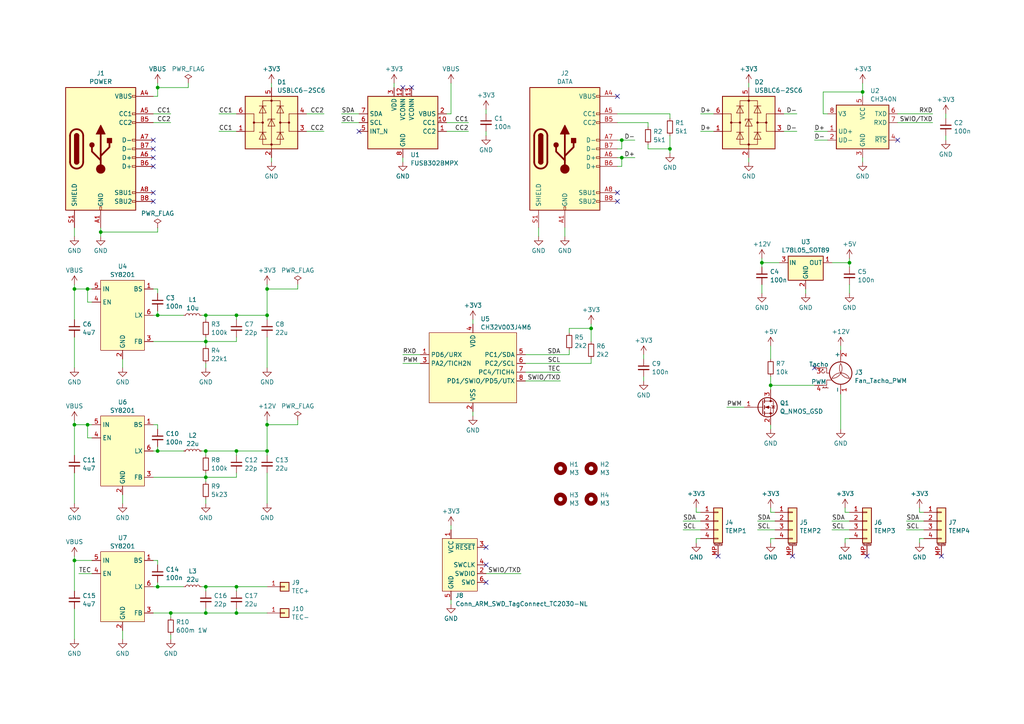
<source format=kicad_sch>
(kicad_sch (version 20230121) (generator eeschema)

  (uuid 84b0bca9-fd3c-4a9f-a2bf-9c45b092216a)

  (paper "A4")

  

  (junction (at 59.69 177.8) (diameter 0) (color 0 0 0 0)
    (uuid 016a9d18-b5cb-477d-948d-778f52fc2301)
  )
  (junction (at 68.58 177.8) (diameter 0) (color 0 0 0 0)
    (uuid 01e9ee72-0fd6-470e-89df-a456ded7e2d2)
  )
  (junction (at 21.59 162.56) (diameter 0) (color 0 0 0 0)
    (uuid 0924a037-f9a1-4815-af92-60d08b4dd33a)
  )
  (junction (at 25.4 83.82) (diameter 0) (color 0 0 0 0)
    (uuid 0a44b648-15ad-45ab-9252-360949e5a844)
  )
  (junction (at 45.72 91.44) (diameter 0) (color 0 0 0 0)
    (uuid 0d65df36-d6e7-4a0b-9eb5-03a923a5e5f7)
  )
  (junction (at 21.59 83.82) (diameter 0) (color 0 0 0 0)
    (uuid 1653e956-2e68-4205-9c46-f0d59255b322)
  )
  (junction (at 77.47 83.82) (diameter 0) (color 0 0 0 0)
    (uuid 1b59135c-c089-49c1-b993-1c6bc3b59d1f)
  )
  (junction (at 59.69 130.81) (diameter 0) (color 0 0 0 0)
    (uuid 1cd67f32-0d66-4971-a6b0-9b92f2aded5d)
  )
  (junction (at 194.31 43.18) (diameter 0) (color 0 0 0 0)
    (uuid 20dd612e-eaf8-4df6-bf10-2e63f097aac8)
  )
  (junction (at 171.45 95.25) (diameter 0) (color 0 0 0 0)
    (uuid 27759834-444b-4e58-99c3-ef01037ef65c)
  )
  (junction (at 223.52 111.76) (diameter 0) (color 0 0 0 0)
    (uuid 40637804-8728-45c5-bc32-e7dfad03fb19)
  )
  (junction (at 59.69 91.44) (diameter 0) (color 0 0 0 0)
    (uuid 40a67db1-d2ba-44b7-a330-82b08ef25333)
  )
  (junction (at 180.34 40.64) (diameter 0) (color 0 0 0 0)
    (uuid 4447c03f-c6d3-41b0-bffc-8efb03e9cad9)
  )
  (junction (at 49.53 177.8) (diameter 0) (color 0 0 0 0)
    (uuid 6adb6402-29fc-48bc-92a2-b127ac256430)
  )
  (junction (at 68.58 170.18) (diameter 0) (color 0 0 0 0)
    (uuid 776422d0-fd24-40f3-ab0b-f03b140e09b3)
  )
  (junction (at 45.72 25.4) (diameter 0) (color 0 0 0 0)
    (uuid 7892cb58-e261-4640-9dff-42231e877a19)
  )
  (junction (at 59.69 138.43) (diameter 0) (color 0 0 0 0)
    (uuid 9538bfd2-f72a-4b17-be2b-aa85231ba87b)
  )
  (junction (at 45.72 170.18) (diameter 0) (color 0 0 0 0)
    (uuid 9b5a8c25-c8eb-4be4-9d19-dfc4d388f636)
  )
  (junction (at 59.69 99.06) (diameter 0) (color 0 0 0 0)
    (uuid a1645df2-d9e2-4751-9692-4a8685170426)
  )
  (junction (at 59.69 170.18) (diameter 0) (color 0 0 0 0)
    (uuid c5219de6-92f5-4e4b-8963-261cfba6fa28)
  )
  (junction (at 77.47 91.44) (diameter 0) (color 0 0 0 0)
    (uuid c9208e1b-84e5-4f11-8bc7-e9d3c7b2d3d3)
  )
  (junction (at 180.34 45.72) (diameter 0) (color 0 0 0 0)
    (uuid d184ee76-f658-450c-a817-7e410266c86b)
  )
  (junction (at 220.98 76.2) (diameter 0) (color 0 0 0 0)
    (uuid d39be044-1a37-45c1-bb55-2de64f229ec0)
  )
  (junction (at 250.19 26.67) (diameter 0) (color 0 0 0 0)
    (uuid d4a54c20-03af-4c72-bc09-73e2bb13cfc8)
  )
  (junction (at 246.38 76.2) (diameter 0) (color 0 0 0 0)
    (uuid d65bc41a-ea39-4e3b-bc0d-addb6c6b6133)
  )
  (junction (at 25.4 123.19) (diameter 0) (color 0 0 0 0)
    (uuid d8acb77e-c82d-422d-a02f-d936814ec019)
  )
  (junction (at 68.58 91.44) (diameter 0) (color 0 0 0 0)
    (uuid e223684b-f0be-4257-9327-1c5f4ee03134)
  )
  (junction (at 21.59 123.19) (diameter 0) (color 0 0 0 0)
    (uuid e77f62d7-e06f-4cf4-bb98-e43775927d7e)
  )
  (junction (at 77.47 130.81) (diameter 0) (color 0 0 0 0)
    (uuid e782f49a-e1e7-4787-8905-02f5b1aec7ca)
  )
  (junction (at 29.21 67.31) (diameter 0) (color 0 0 0 0)
    (uuid e7f7d275-2d34-4b9f-be61-bbe2e83dfd60)
  )
  (junction (at 77.47 123.19) (diameter 0) (color 0 0 0 0)
    (uuid ec9c4e4b-15a3-42e9-b1f0-c105cfa84f81)
  )
  (junction (at 45.72 130.81) (diameter 0) (color 0 0 0 0)
    (uuid ef9fe64d-cf96-49c3-b883-3c6122826fbf)
  )
  (junction (at 68.58 130.81) (diameter 0) (color 0 0 0 0)
    (uuid f8a1d4f9-c16e-446e-9d96-789e9c2fbbe2)
  )

  (no_connect (at 208.28 161.29) (uuid 0679b855-281a-42cb-a3d6-06d23b5d6c95))
  (no_connect (at 44.45 40.64) (uuid 19e7a793-70e9-4938-a353-ff27a27001cf))
  (no_connect (at 260.35 40.64) (uuid 1e4f545b-9d8e-4319-bad1-a4e19864f3f9))
  (no_connect (at 44.45 43.18) (uuid 2e200117-418c-4ba4-869c-a3c2519afb39))
  (no_connect (at 140.97 168.91) (uuid 3915a4fe-af4f-4d5c-b7e0-9c9e5b2483d7))
  (no_connect (at 119.38 25.4) (uuid 3eac5991-d6ed-43ed-a9f9-522df36d082d))
  (no_connect (at 44.45 48.26) (uuid 50228a20-3f3d-42e6-804b-9e8d52e97377))
  (no_connect (at 229.87 161.29) (uuid 5b224a80-46a8-4962-bdbd-ba0e5759a267))
  (no_connect (at 236.22 106.68) (uuid 93e1cb65-4aad-40fa-be46-22f6616abf5f))
  (no_connect (at 44.45 58.42) (uuid 9e229514-73b7-42f9-831d-30773bdbc95e))
  (no_connect (at 44.45 45.72) (uuid a2e8617f-c9c2-415f-9752-bfce3030d1ef))
  (no_connect (at 104.14 38.1) (uuid ba7d07d3-7dae-4f92-886e-c752197a3a35))
  (no_connect (at 140.97 163.83) (uuid c24cb392-9ff8-45bc-a7a5-5a694668d5bf))
  (no_connect (at 273.05 161.29) (uuid c575c095-a253-442b-bb09-40955af7ab43))
  (no_connect (at 251.46 161.29) (uuid d02ff27c-c713-401f-a53c-374cbe5eb776))
  (no_connect (at 140.97 158.75) (uuid d35b71e5-17c6-4311-99e9-13515822b0e7))
  (no_connect (at 44.45 55.88) (uuid d9ae8bbc-a217-4452-913d-8716e254838b))
  (no_connect (at 179.07 55.88) (uuid e5507b15-8089-4db8-b37e-1d54b104cb58))
  (no_connect (at 116.84 25.4) (uuid e6cb2ed0-1008-4705-9a80-c69902544937))
  (no_connect (at 179.07 27.94) (uuid f8195e3b-93b2-421b-adc5-6c845bca26b7))
  (no_connect (at 179.07 58.42) (uuid fd459b8c-2002-4028-b37c-0a0bbdcf0d05))

  (wire (pts (xy 246.38 76.2) (xy 246.38 74.93))
    (stroke (width 0) (type default))
    (uuid 0120826f-5474-47c7-86c3-0f671731a998)
  )
  (wire (pts (xy 203.2 33.02) (xy 207.01 33.02))
    (stroke (width 0) (type default))
    (uuid 030c8597-2771-460a-88a0-2cbb9bb325e4)
  )
  (wire (pts (xy 58.42 130.81) (xy 59.69 130.81))
    (stroke (width 0) (type default))
    (uuid 043ebb42-3505-4018-824c-e6bd94178eb8)
  )
  (wire (pts (xy 186.69 109.22) (xy 186.69 110.49))
    (stroke (width 0) (type default))
    (uuid 04962411-e7ff-43f4-8585-ead663047b0c)
  )
  (wire (pts (xy 44.45 162.56) (xy 45.72 162.56))
    (stroke (width 0) (type default))
    (uuid 04f9f1bf-a6a7-44b3-970c-760591b49d85)
  )
  (wire (pts (xy 171.45 105.41) (xy 171.45 104.14))
    (stroke (width 0) (type default))
    (uuid 051194a1-fd51-4a23-958a-2e163c14d15d)
  )
  (wire (pts (xy 21.59 82.55) (xy 21.59 83.82))
    (stroke (width 0) (type default))
    (uuid 061d2907-a2f3-4614-a37f-b7e9422348f8)
  )
  (wire (pts (xy 44.45 33.02) (xy 49.53 33.02))
    (stroke (width 0) (type default))
    (uuid 065f0820-a9e2-4114-9946-7b1c8bf614b4)
  )
  (wire (pts (xy 68.58 171.45) (xy 68.58 170.18))
    (stroke (width 0) (type default))
    (uuid 06ba7016-1739-4b48-a875-939eb0c8bc37)
  )
  (wire (pts (xy 45.72 91.44) (xy 53.34 91.44))
    (stroke (width 0) (type default))
    (uuid 0b2fc632-49cd-4acc-93b5-f88618ea424a)
  )
  (wire (pts (xy 171.45 95.25) (xy 171.45 99.06))
    (stroke (width 0) (type default))
    (uuid 0d3d3ee2-e9d2-445a-bc56-0567113304b2)
  )
  (wire (pts (xy 68.58 97.79) (xy 68.58 99.06))
    (stroke (width 0) (type default))
    (uuid 0dd8b700-fed2-4a16-90d6-12d1fb3d1378)
  )
  (wire (pts (xy 21.59 83.82) (xy 21.59 92.71))
    (stroke (width 0) (type default))
    (uuid 10876bac-27b3-4d36-b98f-85bd848ea679)
  )
  (wire (pts (xy 250.19 45.72) (xy 250.19 46.99))
    (stroke (width 0) (type default))
    (uuid 10ddc761-8936-477f-8096-a60a95326f3b)
  )
  (wire (pts (xy 29.21 67.31) (xy 45.72 67.31))
    (stroke (width 0) (type default))
    (uuid 110ecc1e-6bb3-4dc3-a953-d688e4b58f37)
  )
  (wire (pts (xy 49.53 184.15) (xy 49.53 185.42))
    (stroke (width 0) (type default))
    (uuid 111cfdf8-1fbf-4e1c-84ad-1f3da928a4a1)
  )
  (wire (pts (xy 140.97 38.1) (xy 140.97 39.37))
    (stroke (width 0) (type default))
    (uuid 11c53557-d9f8-4315-a1a6-ca88f75ee3c3)
  )
  (wire (pts (xy 77.47 82.55) (xy 77.47 83.82))
    (stroke (width 0) (type default))
    (uuid 12079a64-e2ae-46ab-8bc8-bfdddcc5f6d2)
  )
  (wire (pts (xy 45.72 168.91) (xy 45.72 170.18))
    (stroke (width 0) (type default))
    (uuid 120eac29-0e25-4fb2-9862-21c3408ac4a7)
  )
  (wire (pts (xy 78.74 24.13) (xy 78.74 25.4))
    (stroke (width 0) (type default))
    (uuid 12794735-9431-491f-b2f2-175e805ae0b0)
  )
  (wire (pts (xy 45.72 129.54) (xy 45.72 130.81))
    (stroke (width 0) (type default))
    (uuid 12f2122d-bb22-46f1-87aa-756eb9fd033e)
  )
  (wire (pts (xy 219.71 151.13) (xy 224.79 151.13))
    (stroke (width 0) (type default))
    (uuid 131bafa4-8a24-47af-a697-7668ac68618c)
  )
  (wire (pts (xy 63.5 33.02) (xy 68.58 33.02))
    (stroke (width 0) (type default))
    (uuid 155a21b1-f1ba-4029-adf0-8c07623253b5)
  )
  (wire (pts (xy 245.11 147.32) (xy 245.11 148.59))
    (stroke (width 0) (type default))
    (uuid 1a148e16-fa9a-49a9-9f61-116b7aa89c5d)
  )
  (wire (pts (xy 21.59 161.29) (xy 21.59 162.56))
    (stroke (width 0) (type default))
    (uuid 1a67fcb3-a721-437d-8239-d4eecafbae51)
  )
  (wire (pts (xy 238.76 26.67) (xy 250.19 26.67))
    (stroke (width 0) (type default))
    (uuid 1af53326-55bc-4280-82aa-4300bdc2321c)
  )
  (wire (pts (xy 59.69 130.81) (xy 59.69 132.08))
    (stroke (width 0) (type default))
    (uuid 1dad6bcf-09de-4cc5-8921-3da20d120e00)
  )
  (wire (pts (xy 194.31 39.37) (xy 194.31 43.18))
    (stroke (width 0) (type default))
    (uuid 1e92de62-b95e-4bde-bca2-9df868fa61ba)
  )
  (wire (pts (xy 44.45 123.19) (xy 45.72 123.19))
    (stroke (width 0) (type default))
    (uuid 2092d82f-8cea-472d-a0d0-8c8ab6a2400a)
  )
  (wire (pts (xy 25.4 83.82) (xy 26.67 83.82))
    (stroke (width 0) (type default))
    (uuid 21abc58b-0102-4dec-bbb7-6b2b22b91011)
  )
  (wire (pts (xy 179.07 43.18) (xy 180.34 43.18))
    (stroke (width 0) (type default))
    (uuid 21d06421-b4b8-4f7e-95d4-de032971c3d1)
  )
  (wire (pts (xy 68.58 176.53) (xy 68.58 177.8))
    (stroke (width 0) (type default))
    (uuid 24214464-2515-4aaf-a8ef-6ed162ac2c1f)
  )
  (wire (pts (xy 262.89 151.13) (xy 267.97 151.13))
    (stroke (width 0) (type default))
    (uuid 25e8b274-5b0e-4d86-83f1-3569617dc557)
  )
  (wire (pts (xy 59.69 171.45) (xy 59.69 170.18))
    (stroke (width 0) (type default))
    (uuid 27f2b4a5-1aa5-4eb9-8c21-c86b2620547d)
  )
  (wire (pts (xy 163.83 66.04) (xy 163.83 68.58))
    (stroke (width 0) (type default))
    (uuid 29c84f2d-b840-4c02-b338-03bca0ba72b9)
  )
  (wire (pts (xy 227.33 38.1) (xy 231.14 38.1))
    (stroke (width 0) (type default))
    (uuid 2ac88bd9-d8cd-412b-a01a-bc16ce01dc69)
  )
  (wire (pts (xy 21.59 66.04) (xy 21.59 68.58))
    (stroke (width 0) (type default))
    (uuid 2dd90cb6-beef-4e41-87e2-9eab821e084a)
  )
  (wire (pts (xy 77.47 97.79) (xy 77.47 106.68))
    (stroke (width 0) (type default))
    (uuid 2e7574e0-d62a-4db0-9e7b-ef7a79ad71dd)
  )
  (wire (pts (xy 59.69 99.06) (xy 44.45 99.06))
    (stroke (width 0) (type default))
    (uuid 2f6b8caf-2a06-465c-b0c8-7f43665776ac)
  )
  (wire (pts (xy 236.22 38.1) (xy 240.03 38.1))
    (stroke (width 0) (type default))
    (uuid 316703ac-784a-4149-b923-8b5a4391ce2c)
  )
  (wire (pts (xy 223.52 123.19) (xy 223.52 124.46))
    (stroke (width 0) (type default))
    (uuid 319607de-d45f-45e4-9cb0-3ee2ec993bfa)
  )
  (wire (pts (xy 210.82 118.11) (xy 215.9 118.11))
    (stroke (width 0) (type default))
    (uuid 31f9e9fe-54f6-4f91-bf5b-d35c007639e2)
  )
  (wire (pts (xy 179.07 45.72) (xy 180.34 45.72))
    (stroke (width 0) (type default))
    (uuid 32da8bed-fd21-4ce1-a144-6840238ab473)
  )
  (wire (pts (xy 25.4 123.19) (xy 26.67 123.19))
    (stroke (width 0) (type default))
    (uuid 330dd56d-4ce4-4355-8b01-1d932c4c842d)
  )
  (wire (pts (xy 201.93 157.48) (xy 201.93 156.21))
    (stroke (width 0) (type default))
    (uuid 33530b2b-9650-4034-a999-042b712f63a4)
  )
  (wire (pts (xy 194.31 43.18) (xy 194.31 44.45))
    (stroke (width 0) (type default))
    (uuid 388675c9-2085-488b-ac5a-44b3854ece3e)
  )
  (wire (pts (xy 171.45 95.25) (xy 171.45 93.98))
    (stroke (width 0) (type default))
    (uuid 38a04dea-756a-4001-8a8f-11f1a5f0ea0c)
  )
  (wire (pts (xy 187.96 41.91) (xy 187.96 43.18))
    (stroke (width 0) (type default))
    (uuid 3a516245-52fd-43e4-a93d-919be9dc1b64)
  )
  (wire (pts (xy 45.72 90.17) (xy 45.72 91.44))
    (stroke (width 0) (type default))
    (uuid 3aa15cb4-34cb-483f-834f-2e02bd7aa834)
  )
  (wire (pts (xy 220.98 74.93) (xy 220.98 76.2))
    (stroke (width 0) (type default))
    (uuid 3b483c44-afe9-4b45-88c6-dc8fe5981d39)
  )
  (wire (pts (xy 152.4 102.87) (xy 165.1 102.87))
    (stroke (width 0) (type default))
    (uuid 3b62899a-9e2d-4531-bd10-b5bee9cc44e8)
  )
  (wire (pts (xy 68.58 130.81) (xy 59.69 130.81))
    (stroke (width 0) (type default))
    (uuid 3b8653dc-cb69-437b-b2ed-33c4e1095407)
  )
  (wire (pts (xy 59.69 177.8) (xy 49.53 177.8))
    (stroke (width 0) (type default))
    (uuid 3c7b0d6b-9e6e-4099-aa2f-69800c060aba)
  )
  (wire (pts (xy 223.52 111.76) (xy 236.22 111.76))
    (stroke (width 0) (type default))
    (uuid 3cc84d22-ddb2-4ca3-818c-f64d6237886e)
  )
  (wire (pts (xy 201.93 147.32) (xy 201.93 148.59))
    (stroke (width 0) (type default))
    (uuid 3d071ffc-bfbb-472a-bf8b-c22dea116d39)
  )
  (wire (pts (xy 86.36 82.55) (xy 86.36 83.82))
    (stroke (width 0) (type default))
    (uuid 430293fc-c15c-463c-801b-913fe7b1ec14)
  )
  (wire (pts (xy 241.3 76.2) (xy 246.38 76.2))
    (stroke (width 0) (type default))
    (uuid 43a97ec4-55e0-460d-8554-3692ffe9ca0b)
  )
  (wire (pts (xy 21.59 83.82) (xy 25.4 83.82))
    (stroke (width 0) (type default))
    (uuid 440001ff-1e67-4d5d-8f13-5142ba70e29d)
  )
  (wire (pts (xy 233.68 83.82) (xy 233.68 85.09))
    (stroke (width 0) (type default))
    (uuid 4669a339-df83-4f14-a936-da482f010166)
  )
  (wire (pts (xy 45.72 130.81) (xy 53.34 130.81))
    (stroke (width 0) (type default))
    (uuid 470e26b2-a46c-40a3-9958-2e39a9025d65)
  )
  (wire (pts (xy 45.72 27.94) (xy 44.45 27.94))
    (stroke (width 0) (type default))
    (uuid 4a0052b2-c21f-4822-98b1-152f49554037)
  )
  (wire (pts (xy 45.72 170.18) (xy 53.34 170.18))
    (stroke (width 0) (type default))
    (uuid 4be48b31-0924-47eb-b55b-44ba0c2220de)
  )
  (wire (pts (xy 68.58 138.43) (xy 59.69 138.43))
    (stroke (width 0) (type default))
    (uuid 4cd7b427-a2df-4eda-ae02-470174f4adc0)
  )
  (wire (pts (xy 25.4 87.63) (xy 25.4 83.82))
    (stroke (width 0) (type default))
    (uuid 4d1779d5-4e60-4893-8889-046a6cdee179)
  )
  (wire (pts (xy 223.52 157.48) (xy 223.52 156.21))
    (stroke (width 0) (type default))
    (uuid 4d36d930-5034-4f4d-b9d3-3e2a173f0bb6)
  )
  (wire (pts (xy 179.07 48.26) (xy 180.34 48.26))
    (stroke (width 0) (type default))
    (uuid 4ee1c0c2-fa09-4932-b8cb-6e6ce44e6f87)
  )
  (wire (pts (xy 35.56 104.14) (xy 35.56 106.68))
    (stroke (width 0) (type default))
    (uuid 50147f02-8f2b-4bd3-989a-c13f5660c404)
  )
  (wire (pts (xy 116.84 102.87) (xy 121.92 102.87))
    (stroke (width 0) (type default))
    (uuid 51634745-c63d-4da3-9f34-dc587c7b5483)
  )
  (wire (pts (xy 223.52 156.21) (xy 224.79 156.21))
    (stroke (width 0) (type default))
    (uuid 545f9938-ffca-45f6-b020-1e14209d5d1c)
  )
  (wire (pts (xy 130.81 173.99) (xy 130.81 175.26))
    (stroke (width 0) (type default))
    (uuid 552ad1fe-01ff-4be5-841f-269eebca1e05)
  )
  (wire (pts (xy 246.38 82.55) (xy 246.38 85.09))
    (stroke (width 0) (type default))
    (uuid 5538855d-b849-42f4-8de4-d11e476008d4)
  )
  (wire (pts (xy 88.9 33.02) (xy 93.98 33.02))
    (stroke (width 0) (type default))
    (uuid 59018602-b848-4f59-8192-47c765604069)
  )
  (wire (pts (xy 260.35 33.02) (xy 270.51 33.02))
    (stroke (width 0) (type default))
    (uuid 5b550f09-c013-4664-85a6-010fd76802d9)
  )
  (wire (pts (xy 59.69 138.43) (xy 44.45 138.43))
    (stroke (width 0) (type default))
    (uuid 5e9a421a-a5c1-4c9a-9bf2-d231c45485be)
  )
  (wire (pts (xy 99.06 35.56) (xy 104.14 35.56))
    (stroke (width 0) (type default))
    (uuid 5eeb21aa-43ac-4fae-bae1-8399132fa019)
  )
  (wire (pts (xy 152.4 110.49) (xy 162.56 110.49))
    (stroke (width 0) (type default))
    (uuid 5ff336f4-0edd-44f3-9503-185a801fa7ed)
  )
  (wire (pts (xy 21.59 121.92) (xy 21.59 123.19))
    (stroke (width 0) (type default))
    (uuid 602c6d42-37e3-44db-a8bf-7e072affc993)
  )
  (wire (pts (xy 220.98 76.2) (xy 220.98 77.47))
    (stroke (width 0) (type default))
    (uuid 60f748f9-a3ce-46e1-941f-95a3d4ec0067)
  )
  (wire (pts (xy 250.19 26.67) (xy 250.19 27.94))
    (stroke (width 0) (type default))
    (uuid 6200e771-1045-4a15-a496-4852f8ee6568)
  )
  (wire (pts (xy 58.42 91.44) (xy 59.69 91.44))
    (stroke (width 0) (type default))
    (uuid 6327b9ea-666f-40d8-ba37-fab96f591fee)
  )
  (wire (pts (xy 54.61 24.13) (xy 54.61 25.4))
    (stroke (width 0) (type default))
    (uuid 65186cbb-08ce-4343-996f-bc353f4e6993)
  )
  (wire (pts (xy 59.69 176.53) (xy 59.69 177.8))
    (stroke (width 0) (type default))
    (uuid 6711986b-94a4-44cd-8fa7-67d6ab6a4bc1)
  )
  (wire (pts (xy 59.69 138.43) (xy 59.69 139.7))
    (stroke (width 0) (type default))
    (uuid 677d6c0f-9d15-40ac-a2b7-887a06b668cd)
  )
  (wire (pts (xy 59.69 97.79) (xy 59.69 99.06))
    (stroke (width 0) (type default))
    (uuid 6783408e-bcb9-436c-a53a-f567b03cf7d4)
  )
  (wire (pts (xy 243.84 100.33) (xy 243.84 101.6))
    (stroke (width 0) (type default))
    (uuid 6c5d01d2-164d-4d0f-9939-e3157d0520b2)
  )
  (wire (pts (xy 49.53 177.8) (xy 49.53 179.07))
    (stroke (width 0) (type default))
    (uuid 6d7032f5-c9af-4d25-81bd-8274baf2b4fe)
  )
  (wire (pts (xy 220.98 82.55) (xy 220.98 85.09))
    (stroke (width 0) (type default))
    (uuid 6e651914-4e36-4888-bba1-f9963a475333)
  )
  (wire (pts (xy 240.03 33.02) (xy 238.76 33.02))
    (stroke (width 0) (type default))
    (uuid 6e8e4f01-83d3-4c5f-8218-9ecf70f5965e)
  )
  (wire (pts (xy 165.1 96.52) (xy 165.1 95.25))
    (stroke (width 0) (type default))
    (uuid 6f049ea5-9ecf-48ce-88ef-8c11b3a5cfe1)
  )
  (wire (pts (xy 198.12 153.67) (xy 203.2 153.67))
    (stroke (width 0) (type default))
    (uuid 6fa27a34-9f78-4f70-8889-9bd55250c6c6)
  )
  (wire (pts (xy 201.93 156.21) (xy 203.2 156.21))
    (stroke (width 0) (type default))
    (uuid 718f48d3-69c8-4d87-b11e-30713b1f63a3)
  )
  (wire (pts (xy 180.34 43.18) (xy 180.34 40.64))
    (stroke (width 0) (type default))
    (uuid 75c0922b-419f-49e1-ad99-8e0a305fe839)
  )
  (wire (pts (xy 86.36 121.92) (xy 86.36 123.19))
    (stroke (width 0) (type default))
    (uuid 76388913-c189-4fe1-90e1-c3512eece8d2)
  )
  (wire (pts (xy 179.07 33.02) (xy 194.31 33.02))
    (stroke (width 0) (type default))
    (uuid 7642340c-1677-4a44-a128-00e7b79bf2a5)
  )
  (wire (pts (xy 241.3 151.13) (xy 246.38 151.13))
    (stroke (width 0) (type default))
    (uuid 77ca9fe5-6b44-45fc-a69f-8fa2d1e7997b)
  )
  (wire (pts (xy 77.47 83.82) (xy 77.47 91.44))
    (stroke (width 0) (type default))
    (uuid 78f30de4-c172-4c3e-a433-69dcb3729737)
  )
  (wire (pts (xy 223.52 109.22) (xy 223.52 111.76))
    (stroke (width 0) (type default))
    (uuid 7b713403-b39b-42e4-b64c-81a7e0987968)
  )
  (wire (pts (xy 266.7 148.59) (xy 267.97 148.59))
    (stroke (width 0) (type default))
    (uuid 7bb8a8ac-df23-4f8e-a55c-937c25bc8c1d)
  )
  (wire (pts (xy 130.81 24.13) (xy 130.81 33.02))
    (stroke (width 0) (type default))
    (uuid 7c4fa762-eb1a-4e4e-9040-47c010f0959e)
  )
  (wire (pts (xy 68.58 137.16) (xy 68.58 138.43))
    (stroke (width 0) (type default))
    (uuid 7deaaf5e-14ff-42c6-818f-4c67b86d66ff)
  )
  (wire (pts (xy 21.59 123.19) (xy 21.59 132.08))
    (stroke (width 0) (type default))
    (uuid 7dee990f-4bcb-4546-911f-68c11a12df6b)
  )
  (wire (pts (xy 266.7 157.48) (xy 266.7 156.21))
    (stroke (width 0) (type default))
    (uuid 7f7df721-3c81-4187-8b39-daa69479c620)
  )
  (wire (pts (xy 187.96 35.56) (xy 187.96 36.83))
    (stroke (width 0) (type default))
    (uuid 81947cba-9a7b-48cf-80b6-45d60d3a1032)
  )
  (wire (pts (xy 219.71 153.67) (xy 224.79 153.67))
    (stroke (width 0) (type default))
    (uuid 82722e1e-7434-4213-ab33-8ccc6ac2d603)
  )
  (wire (pts (xy 59.69 105.41) (xy 59.69 106.68))
    (stroke (width 0) (type default))
    (uuid 875f6870-c1ec-41d0-a7fc-a0b6f6c94efd)
  )
  (wire (pts (xy 77.47 137.16) (xy 77.47 146.05))
    (stroke (width 0) (type default))
    (uuid 88dd3e7a-bf42-4181-88c3-00d8c7f52086)
  )
  (wire (pts (xy 77.47 123.19) (xy 77.47 130.81))
    (stroke (width 0) (type default))
    (uuid 8a296600-8480-4a39-963b-37efa856c4b4)
  )
  (wire (pts (xy 26.67 127) (xy 25.4 127))
    (stroke (width 0) (type default))
    (uuid 8b118ff5-8c8e-4e4f-8aac-11330b9d65b1)
  )
  (wire (pts (xy 59.69 137.16) (xy 59.69 138.43))
    (stroke (width 0) (type default))
    (uuid 8e1a5bc4-bf68-4a51-a3a5-07ef5e24c3fc)
  )
  (wire (pts (xy 274.32 39.37) (xy 274.32 40.64))
    (stroke (width 0) (type default))
    (uuid 8e8268b8-18fe-4aa5-a9e5-cf5d07b03169)
  )
  (wire (pts (xy 21.59 137.16) (xy 21.59 146.05))
    (stroke (width 0) (type default))
    (uuid 92c2a4a8-b99d-42ae-9ae5-b373fee21ba8)
  )
  (wire (pts (xy 77.47 130.81) (xy 68.58 130.81))
    (stroke (width 0) (type default))
    (uuid 96829a70-964c-4176-a7ab-9098db0e85c9)
  )
  (wire (pts (xy 180.34 45.72) (xy 184.15 45.72))
    (stroke (width 0) (type default))
    (uuid 96d463b9-909d-4869-a897-d98175214e20)
  )
  (wire (pts (xy 156.21 66.04) (xy 156.21 68.58))
    (stroke (width 0) (type default))
    (uuid 9762dedb-1214-4537-8ec0-7b5e999effcd)
  )
  (wire (pts (xy 59.69 91.44) (xy 59.69 92.71))
    (stroke (width 0) (type default))
    (uuid 97dc9621-b6e6-4adf-8f8e-10b838b85e65)
  )
  (wire (pts (xy 130.81 152.4) (xy 130.81 153.67))
    (stroke (width 0) (type default))
    (uuid 98f6d537-0505-499e-9228-4e961bcd84de)
  )
  (wire (pts (xy 21.59 97.79) (xy 21.59 106.68))
    (stroke (width 0) (type default))
    (uuid 9d668472-9001-445e-a4f4-57e3c6595668)
  )
  (wire (pts (xy 45.72 130.81) (xy 44.45 130.81))
    (stroke (width 0) (type default))
    (uuid 9e554394-8137-46bd-a574-0ce5dc1ac988)
  )
  (wire (pts (xy 198.12 151.13) (xy 203.2 151.13))
    (stroke (width 0) (type default))
    (uuid 9fb272e3-ace1-483b-9045-5cba72e70f33)
  )
  (wire (pts (xy 137.16 119.38) (xy 137.16 120.65))
    (stroke (width 0) (type default))
    (uuid a05f9c38-d8a0-4e3a-b4c8-9b1219a3ce68)
  )
  (wire (pts (xy 116.84 45.72) (xy 116.84 46.99))
    (stroke (width 0) (type default))
    (uuid a133a53b-a7cd-4eb2-ad7b-159abfc51fea)
  )
  (wire (pts (xy 274.32 33.02) (xy 274.32 34.29))
    (stroke (width 0) (type default))
    (uuid a1976744-f995-4710-9edb-68fe78cb4056)
  )
  (wire (pts (xy 266.7 147.32) (xy 266.7 148.59))
    (stroke (width 0) (type default))
    (uuid a3b8c392-dde8-45e2-ac15-1902ac73f893)
  )
  (wire (pts (xy 140.97 31.75) (xy 140.97 33.02))
    (stroke (width 0) (type default))
    (uuid a4ee29c9-04a3-457f-ba7e-83f37ed878ed)
  )
  (wire (pts (xy 165.1 95.25) (xy 171.45 95.25))
    (stroke (width 0) (type default))
    (uuid a55b7ffa-2caa-4098-9527-ccc48bbcaa4c)
  )
  (wire (pts (xy 78.74 45.72) (xy 78.74 46.99))
    (stroke (width 0) (type default))
    (uuid a6ec35ae-d3d4-4f71-b924-3972c308231f)
  )
  (wire (pts (xy 220.98 76.2) (xy 226.06 76.2))
    (stroke (width 0) (type default))
    (uuid a82e54a9-fe66-44dc-8a9d-a0fa9298b185)
  )
  (wire (pts (xy 227.33 33.02) (xy 231.14 33.02))
    (stroke (width 0) (type default))
    (uuid a9c23225-72dc-42ea-9ec2-bb7ace4d4161)
  )
  (wire (pts (xy 179.07 35.56) (xy 187.96 35.56))
    (stroke (width 0) (type default))
    (uuid ab606700-d5e9-415c-b2b7-b7adf7bad2f0)
  )
  (wire (pts (xy 238.76 33.02) (xy 238.76 26.67))
    (stroke (width 0) (type default))
    (uuid abf2258d-b423-412d-a436-8b7c4850bc3a)
  )
  (wire (pts (xy 25.4 127) (xy 25.4 123.19))
    (stroke (width 0) (type default))
    (uuid ac0365c5-ffc6-42c1-ba74-ef740299c306)
  )
  (wire (pts (xy 140.97 166.37) (xy 151.13 166.37))
    (stroke (width 0) (type default))
    (uuid ac704dd6-d483-4a88-8cb8-34b1f69059ee)
  )
  (wire (pts (xy 245.11 157.48) (xy 245.11 156.21))
    (stroke (width 0) (type default))
    (uuid ad654ace-0386-4801-93fb-37dfd1e57775)
  )
  (wire (pts (xy 152.4 105.41) (xy 171.45 105.41))
    (stroke (width 0) (type default))
    (uuid ada3fdfe-3d43-478f-a75a-bd5dc0858c18)
  )
  (wire (pts (xy 68.58 99.06) (xy 59.69 99.06))
    (stroke (width 0) (type default))
    (uuid aec84e47-3380-41b8-b056-dc7b919d99b7)
  )
  (wire (pts (xy 217.17 45.72) (xy 217.17 46.99))
    (stroke (width 0) (type default))
    (uuid b0720732-13fb-458c-80f0-bc44175b582f)
  )
  (wire (pts (xy 49.53 177.8) (xy 44.45 177.8))
    (stroke (width 0) (type default))
    (uuid b30e27ec-7b26-401d-b3f2-79c4c4cbab39)
  )
  (wire (pts (xy 68.58 92.71) (xy 68.58 91.44))
    (stroke (width 0) (type default))
    (uuid b3b3bf83-4cb3-4fdb-a11b-6df8b1621392)
  )
  (wire (pts (xy 77.47 132.08) (xy 77.47 130.81))
    (stroke (width 0) (type default))
    (uuid b3fa95e5-5c03-4721-9207-0512d1ab5f15)
  )
  (wire (pts (xy 245.11 156.21) (xy 246.38 156.21))
    (stroke (width 0) (type default))
    (uuid b44f9820-aec9-4940-b7ec-c79ff9923be7)
  )
  (wire (pts (xy 77.47 83.82) (xy 86.36 83.82))
    (stroke (width 0) (type default))
    (uuid b5a7e237-8670-4af7-b6ca-5499ed04f935)
  )
  (wire (pts (xy 59.69 99.06) (xy 59.69 100.33))
    (stroke (width 0) (type default))
    (uuid b5c4f0d2-4808-40ab-bcc9-6a861aee306e)
  )
  (wire (pts (xy 68.58 170.18) (xy 59.69 170.18))
    (stroke (width 0) (type default))
    (uuid b8ee8b3c-afe1-4a2a-8909-f00f593af9f5)
  )
  (wire (pts (xy 45.72 162.56) (xy 45.72 163.83))
    (stroke (width 0) (type default))
    (uuid bd7ee4a6-0808-447b-aebc-821251c77497)
  )
  (wire (pts (xy 243.84 114.3) (xy 243.84 124.46))
    (stroke (width 0) (type default))
    (uuid bdb5284a-3965-4aa5-aad9-38836b5cf03f)
  )
  (wire (pts (xy 45.72 66.04) (xy 45.72 67.31))
    (stroke (width 0) (type default))
    (uuid c0f83583-0081-4be9-bd48-caab4efa635b)
  )
  (wire (pts (xy 241.3 153.67) (xy 246.38 153.67))
    (stroke (width 0) (type default))
    (uuid c1a9cdb6-99cd-461a-a5e5-3965bd7d0f1e)
  )
  (wire (pts (xy 29.21 66.04) (xy 29.21 67.31))
    (stroke (width 0) (type default))
    (uuid c1bff2bf-29d4-4cc2-be4b-c7c594960597)
  )
  (wire (pts (xy 223.52 100.33) (xy 223.52 104.14))
    (stroke (width 0) (type default))
    (uuid c1f8fdfe-824a-415a-9b30-332e7de15135)
  )
  (wire (pts (xy 152.4 107.95) (xy 162.56 107.95))
    (stroke (width 0) (type default))
    (uuid c28f1d71-a3ae-42b0-b9ab-e79f22d3ed43)
  )
  (wire (pts (xy 187.96 43.18) (xy 194.31 43.18))
    (stroke (width 0) (type default))
    (uuid c2b7e4a9-c194-4de3-91a3-5d3ca5ae7ca2)
  )
  (wire (pts (xy 99.06 33.02) (xy 104.14 33.02))
    (stroke (width 0) (type default))
    (uuid c2bb8f7e-be5b-489c-8657-70e47cdfc850)
  )
  (wire (pts (xy 21.59 162.56) (xy 21.59 171.45))
    (stroke (width 0) (type default))
    (uuid c49f3cd7-ea3f-4c23-9c68-a6304b06ed8b)
  )
  (wire (pts (xy 77.47 92.71) (xy 77.47 91.44))
    (stroke (width 0) (type default))
    (uuid c57b151e-e635-4854-ac54-5bfa39925f49)
  )
  (wire (pts (xy 35.56 143.51) (xy 35.56 146.05))
    (stroke (width 0) (type default))
    (uuid c634085a-e66c-4ef4-b23f-5bd554140837)
  )
  (wire (pts (xy 21.59 176.53) (xy 21.59 185.42))
    (stroke (width 0) (type default))
    (uuid c7399064-b304-4503-af6e-4dd248483272)
  )
  (wire (pts (xy 44.45 35.56) (xy 49.53 35.56))
    (stroke (width 0) (type default))
    (uuid c7857dca-e526-4124-9068-5b710799e4a5)
  )
  (wire (pts (xy 201.93 148.59) (xy 203.2 148.59))
    (stroke (width 0) (type default))
    (uuid c8682464-3970-4437-ae10-807d38cedaa7)
  )
  (wire (pts (xy 21.59 123.19) (xy 25.4 123.19))
    (stroke (width 0) (type default))
    (uuid c882f130-9405-4bc4-bb34-b48cf57da12e)
  )
  (wire (pts (xy 77.47 121.92) (xy 77.47 123.19))
    (stroke (width 0) (type default))
    (uuid c9de1c01-1b64-4e5f-a1ef-903a3a23d1ad)
  )
  (wire (pts (xy 68.58 132.08) (xy 68.58 130.81))
    (stroke (width 0) (type default))
    (uuid cbbad454-d173-46bb-82eb-71725d9b4c9a)
  )
  (wire (pts (xy 180.34 48.26) (xy 180.34 45.72))
    (stroke (width 0) (type default))
    (uuid cdb9be26-3949-401e-aa7d-67135959afdb)
  )
  (wire (pts (xy 86.36 123.19) (xy 77.47 123.19))
    (stroke (width 0) (type default))
    (uuid cdefb499-90c4-46dd-9c9c-b322280f5dc0)
  )
  (wire (pts (xy 45.72 91.44) (xy 44.45 91.44))
    (stroke (width 0) (type default))
    (uuid d04f111b-d5e6-4d88-af5c-7e8c36ec025b)
  )
  (wire (pts (xy 45.72 24.13) (xy 45.72 25.4))
    (stroke (width 0) (type default))
    (uuid d1297870-d75e-4ddd-9ccd-274bff599d65)
  )
  (wire (pts (xy 165.1 102.87) (xy 165.1 101.6))
    (stroke (width 0) (type default))
    (uuid d214df5b-2322-4f44-953d-998246ad4610)
  )
  (wire (pts (xy 54.61 25.4) (xy 45.72 25.4))
    (stroke (width 0) (type default))
    (uuid d2192255-8531-43d6-83d4-22340971fff2)
  )
  (wire (pts (xy 179.07 40.64) (xy 180.34 40.64))
    (stroke (width 0) (type default))
    (uuid d283f966-a249-417a-8eac-4995b6acfc16)
  )
  (wire (pts (xy 114.3 24.13) (xy 114.3 25.4))
    (stroke (width 0) (type default))
    (uuid d2a92e0d-8d24-4adf-ad0c-fe17cae7faf3)
  )
  (wire (pts (xy 26.67 87.63) (xy 25.4 87.63))
    (stroke (width 0) (type default))
    (uuid d2d0aecc-e934-4835-84c8-73ca6f58cc50)
  )
  (wire (pts (xy 68.58 177.8) (xy 59.69 177.8))
    (stroke (width 0) (type default))
    (uuid d3315920-f0d2-4a73-9cfd-db6eff2a452d)
  )
  (wire (pts (xy 35.56 182.88) (xy 35.56 185.42))
    (stroke (width 0) (type default))
    (uuid d5d2d635-7e8d-4e0c-af22-a2b11db90d0a)
  )
  (wire (pts (xy 45.72 83.82) (xy 45.72 85.09))
    (stroke (width 0) (type default))
    (uuid d71532f8-705b-4376-8f89-98aba4945993)
  )
  (wire (pts (xy 186.69 102.87) (xy 186.69 104.14))
    (stroke (width 0) (type default))
    (uuid d72d9cef-1c53-4edd-9a1a-28f46930ad25)
  )
  (wire (pts (xy 262.89 153.67) (xy 267.97 153.67))
    (stroke (width 0) (type default))
    (uuid d9351d92-4a48-41fa-b433-007e9f6242c2)
  )
  (wire (pts (xy 130.81 33.02) (xy 129.54 33.02))
    (stroke (width 0) (type default))
    (uuid d9585a17-20c9-47ff-92a6-93b6249b3773)
  )
  (wire (pts (xy 59.69 144.78) (xy 59.69 146.05))
    (stroke (width 0) (type default))
    (uuid da3d00ca-8762-40d1-8339-f86f7ed9338a)
  )
  (wire (pts (xy 137.16 92.71) (xy 137.16 93.98))
    (stroke (width 0) (type default))
    (uuid daf937dc-4235-4cf8-aaf5-08ff4ebefc28)
  )
  (wire (pts (xy 68.58 91.44) (xy 59.69 91.44))
    (stroke (width 0) (type default))
    (uuid dbf91c87-a0ce-4dbf-b4e7-3f2f566a7366)
  )
  (wire (pts (xy 77.47 91.44) (xy 68.58 91.44))
    (stroke (width 0) (type default))
    (uuid de7be51a-a804-4acf-b4a7-27467025495b)
  )
  (wire (pts (xy 29.21 67.31) (xy 29.21 68.58))
    (stroke (width 0) (type default))
    (uuid df7be507-4ee6-4a2c-82e0-eefaa6c0d500)
  )
  (wire (pts (xy 116.84 105.41) (xy 121.92 105.41))
    (stroke (width 0) (type default))
    (uuid e0f87199-1652-4d69-b065-dabcffd08218)
  )
  (wire (pts (xy 223.52 147.32) (xy 223.52 148.59))
    (stroke (width 0) (type default))
    (uuid e1b1cbf6-5c64-464b-9577-063db9bdae9c)
  )
  (wire (pts (xy 180.34 40.64) (xy 184.15 40.64))
    (stroke (width 0) (type default))
    (uuid e1d1d07a-b920-49a5-8650-4f2346b9d0c6)
  )
  (wire (pts (xy 266.7 156.21) (xy 267.97 156.21))
    (stroke (width 0) (type default))
    (uuid e1df3d03-e0b3-4def-a789-6ffe3ea1166b)
  )
  (wire (pts (xy 88.9 38.1) (xy 93.98 38.1))
    (stroke (width 0) (type default))
    (uuid e23a7245-d8fd-4e5e-932e-65d8f8d0be8f)
  )
  (wire (pts (xy 260.35 35.56) (xy 270.51 35.56))
    (stroke (width 0) (type default))
    (uuid e3c8ec5f-61a9-4230-b507-96547a930644)
  )
  (wire (pts (xy 44.45 83.82) (xy 45.72 83.82))
    (stroke (width 0) (type default))
    (uuid e40fe1a9-c224-4339-8d91-145a9a609991)
  )
  (wire (pts (xy 129.54 38.1) (xy 135.89 38.1))
    (stroke (width 0) (type default))
    (uuid e5417164-8f66-48cd-900a-4d7bb3dd28db)
  )
  (wire (pts (xy 22.86 166.37) (xy 26.67 166.37))
    (stroke (width 0) (type default))
    (uuid e695bb34-4c65-4f60-9a53-9cb375de6a93)
  )
  (wire (pts (xy 217.17 24.13) (xy 217.17 25.4))
    (stroke (width 0) (type default))
    (uuid e6b2b436-81f3-42a6-be09-57841d88c624)
  )
  (wire (pts (xy 236.22 40.64) (xy 240.03 40.64))
    (stroke (width 0) (type default))
    (uuid e7ff387f-90a6-4644-9854-bb8860671a50)
  )
  (wire (pts (xy 45.72 170.18) (xy 44.45 170.18))
    (stroke (width 0) (type default))
    (uuid e9263a74-adf6-41d0-87a5-a0431965d2c4)
  )
  (wire (pts (xy 223.52 111.76) (xy 223.52 113.03))
    (stroke (width 0) (type default))
    (uuid eb2c339c-c4a3-4b10-ace3-9e98c2d4f821)
  )
  (wire (pts (xy 129.54 35.56) (xy 135.89 35.56))
    (stroke (width 0) (type default))
    (uuid eb68e0a1-8a9b-49f1-8e78-4bcd918b638b)
  )
  (wire (pts (xy 250.19 24.13) (xy 250.19 26.67))
    (stroke (width 0) (type default))
    (uuid ec10c613-cf72-4801-8810-a63b944b2df8)
  )
  (wire (pts (xy 194.31 33.02) (xy 194.31 34.29))
    (stroke (width 0) (type default))
    (uuid ed4ee092-50bc-4fea-b05e-068e926e07f9)
  )
  (wire (pts (xy 68.58 170.18) (xy 77.47 170.18))
    (stroke (width 0) (type default))
    (uuid edabc69b-96c4-447e-b9d1-12087cb2e325)
  )
  (wire (pts (xy 68.58 177.8) (xy 77.47 177.8))
    (stroke (width 0) (type default))
    (uuid f3e984c8-cbb6-4b28-bd16-354a1daf25da)
  )
  (wire (pts (xy 203.2 38.1) (xy 207.01 38.1))
    (stroke (width 0) (type default))
    (uuid f8d956af-7f2e-4799-b826-c83d55820d99)
  )
  (wire (pts (xy 63.5 38.1) (xy 68.58 38.1))
    (stroke (width 0) (type default))
    (uuid f96357f1-2634-4d13-92c3-615f9504b273)
  )
  (wire (pts (xy 45.72 25.4) (xy 45.72 27.94))
    (stroke (width 0) (type default))
    (uuid fb365658-e6b2-40a1-aab0-52f01a1394bd)
  )
  (wire (pts (xy 246.38 76.2) (xy 246.38 77.47))
    (stroke (width 0) (type default))
    (uuid fb82a1c9-b965-40d4-8d9c-a2208f6edf35)
  )
  (wire (pts (xy 59.69 170.18) (xy 58.42 170.18))
    (stroke (width 0) (type default))
    (uuid fbd0fb11-b47b-43b3-87cf-233aff2a7c57)
  )
  (wire (pts (xy 21.59 162.56) (xy 26.67 162.56))
    (stroke (width 0) (type default))
    (uuid fc58a90b-7e8a-43f6-9b5c-3790395df7aa)
  )
  (wire (pts (xy 223.52 148.59) (xy 224.79 148.59))
    (stroke (width 0) (type default))
    (uuid fdccfc44-4c0f-48e5-858a-7d1a4ff8121b)
  )
  (wire (pts (xy 245.11 148.59) (xy 246.38 148.59))
    (stroke (width 0) (type default))
    (uuid fe54a2b1-fc17-41f2-a75d-72e6dae07146)
  )
  (wire (pts (xy 45.72 123.19) (xy 45.72 124.46))
    (stroke (width 0) (type default))
    (uuid fec6f64c-478c-49ae-8a5f-10d95b7a73da)
  )

  (label "D+" (at 203.2 38.1 0) (fields_autoplaced)
    (effects (font (size 1.27 1.27)) (justify left bottom))
    (uuid 0bc6070b-40e1-426c-8c4f-ecd8b0b5d556)
  )
  (label "D+" (at 184.15 45.72 180) (fields_autoplaced)
    (effects (font (size 1.27 1.27)) (justify right bottom))
    (uuid 1618fc23-e7ff-47ab-8f7e-235bba9e7ed1)
  )
  (label "SCL" (at 262.89 153.67 0) (fields_autoplaced)
    (effects (font (size 1.27 1.27)) (justify left bottom))
    (uuid 25e7f489-6080-4ab2-8fa4-c3fcd05e2cc0)
  )
  (label "SWIO{slash}TXD" (at 151.13 166.37 180) (fields_autoplaced)
    (effects (font (size 1.27 1.27)) (justify right bottom))
    (uuid 2fa1da28-45c9-43e4-9571-a62b571dec90)
  )
  (label "SDA" (at 162.56 102.87 180) (fields_autoplaced)
    (effects (font (size 1.27 1.27)) (justify right bottom))
    (uuid 37955691-48d8-415c-aeb8-37871ac87cbb)
  )
  (label "RXD" (at 116.84 102.87 0) (fields_autoplaced)
    (effects (font (size 1.27 1.27)) (justify left bottom))
    (uuid 3abf6e43-d75a-4195-9dcb-07251aaeb4c6)
  )
  (label "TEC" (at 162.56 107.95 180) (fields_autoplaced)
    (effects (font (size 1.27 1.27)) (justify right bottom))
    (uuid 3fe3eaa5-a935-44a9-abd0-d12515e9400e)
  )
  (label "SWIO{slash}TXD" (at 270.51 35.56 180) (fields_autoplaced)
    (effects (font (size 1.27 1.27)) (justify right bottom))
    (uuid 43f71c24-1080-456c-8689-6445646687f1)
  )
  (label "D+" (at 236.22 38.1 0) (fields_autoplaced)
    (effects (font (size 1.27 1.27)) (justify left bottom))
    (uuid 4675ce86-29ae-4430-982e-ff9b922386fb)
  )
  (label "CC1" (at 135.89 35.56 180) (fields_autoplaced)
    (effects (font (size 1.27 1.27)) (justify right bottom))
    (uuid 4ab9fa3f-d99c-42e3-8e60-d85232aa6d63)
  )
  (label "CC2" (at 93.98 38.1 180) (fields_autoplaced)
    (effects (font (size 1.27 1.27)) (justify right bottom))
    (uuid 4cb830a1-cb24-4f4d-aad7-76b6761193aa)
  )
  (label "CC2" (at 93.98 33.02 180) (fields_autoplaced)
    (effects (font (size 1.27 1.27)) (justify right bottom))
    (uuid 53453209-ecd0-41db-b741-a31e5119fb38)
  )
  (label "CC1" (at 63.5 38.1 0) (fields_autoplaced)
    (effects (font (size 1.27 1.27)) (justify left bottom))
    (uuid 535ec745-32c6-45a2-bb38-d4adeda40d16)
  )
  (label "SDA" (at 99.06 33.02 0) (fields_autoplaced)
    (effects (font (size 1.27 1.27)) (justify left bottom))
    (uuid 5fad4137-6671-4bf6-b7a7-2c8790de6794)
  )
  (label "D-" (at 236.22 40.64 0) (fields_autoplaced)
    (effects (font (size 1.27 1.27)) (justify left bottom))
    (uuid 6145b6aa-5444-4b64-b0e7-80aa53afa3e4)
  )
  (label "CC1" (at 63.5 33.02 0) (fields_autoplaced)
    (effects (font (size 1.27 1.27)) (justify left bottom))
    (uuid 725f8adb-b320-463a-a5f0-db4565a1af24)
  )
  (label "SWIO{slash}TXD" (at 162.56 110.49 180) (fields_autoplaced)
    (effects (font (size 1.27 1.27)) (justify right bottom))
    (uuid 7277665f-d811-4979-b8fe-b9e07abbc416)
  )
  (label "SDA" (at 219.71 151.13 0) (fields_autoplaced)
    (effects (font (size 1.27 1.27)) (justify left bottom))
    (uuid 72d654f9-143c-4300-b0d7-6cb111443dc8)
  )
  (label "SDA" (at 241.3 151.13 0) (fields_autoplaced)
    (effects (font (size 1.27 1.27)) (justify left bottom))
    (uuid 812e846f-ccff-4e69-af7c-8cc39f24f4ff)
  )
  (label "SDA" (at 198.12 151.13 0) (fields_autoplaced)
    (effects (font (size 1.27 1.27)) (justify left bottom))
    (uuid 837436e0-6c35-4b39-9fea-77350760da28)
  )
  (label "D-" (at 184.15 40.64 180) (fields_autoplaced)
    (effects (font (size 1.27 1.27)) (justify right bottom))
    (uuid 85ed906b-0010-4902-aa18-1b841312861a)
  )
  (label "PWM" (at 116.84 105.41 0) (fields_autoplaced)
    (effects (font (size 1.27 1.27)) (justify left bottom))
    (uuid 964d9b5b-b4fd-435e-9b43-2ce403c1b110)
  )
  (label "SCL" (at 219.71 153.67 0) (fields_autoplaced)
    (effects (font (size 1.27 1.27)) (justify left bottom))
    (uuid a05532f8-63f0-4c24-99da-e3a16bc1236d)
  )
  (label "D+" (at 203.2 33.02 0) (fields_autoplaced)
    (effects (font (size 1.27 1.27)) (justify left bottom))
    (uuid ac32263a-63b1-4e9e-8aa3-3363380986e5)
  )
  (label "SCL" (at 198.12 153.67 0) (fields_autoplaced)
    (effects (font (size 1.27 1.27)) (justify left bottom))
    (uuid b7cce91e-b906-4e59-a5ba-a461d3f98a5f)
  )
  (label "D-" (at 231.14 38.1 180) (fields_autoplaced)
    (effects (font (size 1.27 1.27)) (justify right bottom))
    (uuid c171e2f7-f2c6-47c7-a5e6-65c84ae241b1)
  )
  (label "SCL" (at 241.3 153.67 0) (fields_autoplaced)
    (effects (font (size 1.27 1.27)) (justify left bottom))
    (uuid c72022e3-1b68-40b3-91b6-548994ed9b43)
  )
  (label "SCL" (at 99.06 35.56 0) (fields_autoplaced)
    (effects (font (size 1.27 1.27)) (justify left bottom))
    (uuid ce3ce07a-2f24-42d9-bd49-2b6734f837f1)
  )
  (label "RXD" (at 270.51 33.02 180) (fields_autoplaced)
    (effects (font (size 1.27 1.27)) (justify right bottom))
    (uuid d1178b7a-88c9-42a7-95f5-54af6bdb276b)
  )
  (label "CC2" (at 49.53 35.56 180) (fields_autoplaced)
    (effects (font (size 1.27 1.27)) (justify right bottom))
    (uuid d469c569-ba4f-44b9-87c6-b6474251c128)
  )
  (label "SCL" (at 162.56 105.41 180) (fields_autoplaced)
    (effects (font (size 1.27 1.27)) (justify right bottom))
    (uuid dd39f7be-a640-4a26-90b8-dd925ddd94e5)
  )
  (label "D-" (at 231.14 33.02 180) (fields_autoplaced)
    (effects (font (size 1.27 1.27)) (justify right bottom))
    (uuid e52bf8d7-eb03-4523-934c-57aef8fdb43a)
  )
  (label "CC1" (at 49.53 33.02 180) (fields_autoplaced)
    (effects (font (size 1.27 1.27)) (justify right bottom))
    (uuid e7ec2ec4-e92f-4e3f-8f79-48c121a19e48)
  )
  (label "PWM" (at 210.82 118.11 0) (fields_autoplaced)
    (effects (font (size 1.27 1.27)) (justify left bottom))
    (uuid e7fcb260-6c8a-41c0-ac41-4ca4d618ceeb)
  )
  (label "TEC" (at 22.86 166.37 0) (fields_autoplaced)
    (effects (font (size 1.27 1.27)) (justify left bottom))
    (uuid eafe3e4b-c545-4820-8930-ea71a7ae71c3)
  )
  (label "CC2" (at 135.89 38.1 180) (fields_autoplaced)
    (effects (font (size 1.27 1.27)) (justify right bottom))
    (uuid f35719c8-bc73-46c5-b7bc-d07e6c5f446d)
  )
  (label "SDA" (at 262.89 151.13 0) (fields_autoplaced)
    (effects (font (size 1.27 1.27)) (justify left bottom))
    (uuid f6204e3d-86b8-4e41-91d1-a35032be115a)
  )

  (symbol (lib_id "Connector_Generic_MountingPin:Conn_01x04_MountingPin") (at 251.46 151.13 0) (unit 1)
    (in_bom yes) (on_board yes) (dnp no) (fields_autoplaced)
    (uuid 0237512b-3fe0-457c-83f2-ae0f10671353)
    (property "Reference" "J6" (at 253.492 151.5435 0)
      (effects (font (size 1.27 1.27)) (justify left))
    )
    (property "Value" "TEMP3" (at 253.492 153.9677 0)
      (effects (font (size 1.27 1.27)) (justify left))
    )
    (property "Footprint" "fosmometer:Jushuo_AFC01-S04FCx-00_1x04-1MP_P0.50mm_Horizontal" (at 251.46 151.13 0)
      (effects (font (size 1.27 1.27)) hide)
    )
    (property "Datasheet" "~" (at 251.46 151.13 0)
      (effects (font (size 1.27 1.27)) hide)
    )
    (pin "4" (uuid 5a3993c6-485d-4b4e-82e6-2bb7f7c7d4fc))
    (pin "3" (uuid 50587a8b-5ecf-46d2-b10e-9be2b563e786))
    (pin "1" (uuid 5426f0f7-05c8-4d3c-93f8-52e8cf307d25))
    (pin "2" (uuid c5330766-3161-44af-803e-2b70f519fdd0))
    (pin "MP" (uuid 93c3a826-8cac-4f14-a1ae-d56a41c47eaa))
    (instances
      (project "fosmometer"
        (path "/84b0bca9-fd3c-4a9f-a2bf-9c45b092216a"
          (reference "J6") (unit 1)
        )
      )
    )
  )

  (symbol (lib_id "power:PWR_FLAG") (at 86.36 82.55 0) (unit 1)
    (in_bom yes) (on_board yes) (dnp no) (fields_autoplaced)
    (uuid 046a7d92-9f4e-4a82-8bd3-23bd7f739841)
    (property "Reference" "#FLG03" (at 86.36 80.645 0)
      (effects (font (size 1.27 1.27)) hide)
    )
    (property "Value" "PWR_FLAG" (at 86.36 78.4169 0)
      (effects (font (size 1.27 1.27)))
    )
    (property "Footprint" "" (at 86.36 82.55 0)
      (effects (font (size 1.27 1.27)) hide)
    )
    (property "Datasheet" "~" (at 86.36 82.55 0)
      (effects (font (size 1.27 1.27)) hide)
    )
    (pin "1" (uuid 24bccea4-fc8b-4ff0-9728-804be8fb710b))
    (instances
      (project "fosmometer"
        (path "/84b0bca9-fd3c-4a9f-a2bf-9c45b092216a"
          (reference "#FLG03") (unit 1)
        )
      )
    )
  )

  (symbol (lib_id "Device:R_Small") (at 59.69 102.87 0) (unit 1)
    (in_bom yes) (on_board yes) (dnp no) (fields_autoplaced)
    (uuid 080947d6-f83a-4c2d-aaea-0403f3b376b7)
    (property "Reference" "R4" (at 61.1886 101.6579 0)
      (effects (font (size 1.27 1.27)) (justify left))
    )
    (property "Value" "22k1" (at 61.1886 104.0821 0)
      (effects (font (size 1.27 1.27)) (justify left))
    )
    (property "Footprint" "Resistor_SMD:R_0402_1005Metric" (at 59.69 102.87 0)
      (effects (font (size 1.27 1.27)) hide)
    )
    (property "Datasheet" "~" (at 59.69 102.87 0)
      (effects (font (size 1.27 1.27)) hide)
    )
    (pin "1" (uuid 7735a024-3b55-45a5-848c-99f718f641e0))
    (pin "2" (uuid 7abaf433-6d50-48a2-9aee-9339161d1eb7))
    (instances
      (project "fosmometer"
        (path "/84b0bca9-fd3c-4a9f-a2bf-9c45b092216a"
          (reference "R4") (unit 1)
        )
      )
    )
  )

  (symbol (lib_id "Device:Q_NMOS_GSD") (at 220.98 118.11 0) (unit 1)
    (in_bom yes) (on_board yes) (dnp no) (fields_autoplaced)
    (uuid 0839473b-e988-43ba-9b98-3c20dd79a1e3)
    (property "Reference" "Q1" (at 226.187 116.8979 0)
      (effects (font (size 1.27 1.27)) (justify left))
    )
    (property "Value" "Q_NMOS_GSD" (at 226.187 119.3221 0)
      (effects (font (size 1.27 1.27)) (justify left))
    )
    (property "Footprint" "Package_TO_SOT_SMD:SOT-23" (at 226.06 115.57 0)
      (effects (font (size 1.27 1.27)) hide)
    )
    (property "Datasheet" "~" (at 220.98 118.11 0)
      (effects (font (size 1.27 1.27)) hide)
    )
    (pin "1" (uuid 2beb4812-6612-4d16-ab52-f719aed3f21e))
    (pin "3" (uuid 2c881c5c-880f-4a50-806e-4a5baf1ac091))
    (pin "2" (uuid 89666f48-8ef9-4673-99dd-116c046f7fef))
    (instances
      (project "fosmometer"
        (path "/84b0bca9-fd3c-4a9f-a2bf-9c45b092216a"
          (reference "Q1") (unit 1)
        )
      )
    )
  )

  (symbol (lib_id "Connector_Generic:Conn_01x01") (at 82.55 177.8 0) (unit 1)
    (in_bom yes) (on_board yes) (dnp no) (fields_autoplaced)
    (uuid 0c867f8c-9bd6-4dd3-8501-fd0323acdc36)
    (property "Reference" "J10" (at 84.582 176.5879 0)
      (effects (font (size 1.27 1.27)) (justify left))
    )
    (property "Value" "TEC-" (at 84.582 179.0121 0)
      (effects (font (size 1.27 1.27)) (justify left))
    )
    (property "Footprint" "fosmometer:Pad_1x01_SMD_2x5mm" (at 82.55 177.8 0)
      (effects (font (size 1.27 1.27)) hide)
    )
    (property "Datasheet" "~" (at 82.55 177.8 0)
      (effects (font (size 1.27 1.27)) hide)
    )
    (pin "1" (uuid 82b2030c-3fa8-4bd4-86c8-6b95159fe079))
    (instances
      (project "fosmometer"
        (path "/84b0bca9-fd3c-4a9f-a2bf-9c45b092216a"
          (reference "J10") (unit 1)
        )
      )
    )
  )

  (symbol (lib_id "power:+3V3") (at 223.52 147.32 0) (unit 1)
    (in_bom yes) (on_board yes) (dnp no) (fields_autoplaced)
    (uuid 0fe2d986-8f2e-440a-9483-e917d871fbe4)
    (property "Reference" "#PWR047" (at 223.52 151.13 0)
      (effects (font (size 1.27 1.27)) hide)
    )
    (property "Value" "+3V3" (at 223.52 143.1869 0)
      (effects (font (size 1.27 1.27)))
    )
    (property "Footprint" "" (at 223.52 147.32 0)
      (effects (font (size 1.27 1.27)) hide)
    )
    (property "Datasheet" "" (at 223.52 147.32 0)
      (effects (font (size 1.27 1.27)) hide)
    )
    (pin "1" (uuid 33038045-589b-4acf-ba56-2b69e3e63ecc))
    (instances
      (project "fosmometer"
        (path "/84b0bca9-fd3c-4a9f-a2bf-9c45b092216a"
          (reference "#PWR047") (unit 1)
        )
      )
    )
  )

  (symbol (lib_id "power:GND") (at 243.84 124.46 0) (unit 1)
    (in_bom yes) (on_board yes) (dnp no) (fields_autoplaced)
    (uuid 11046fac-c375-4b3b-b3a0-b3051dcbde9f)
    (property "Reference" "#PWR041" (at 243.84 130.81 0)
      (effects (font (size 1.27 1.27)) hide)
    )
    (property "Value" "GND" (at 243.84 128.5931 0)
      (effects (font (size 1.27 1.27)))
    )
    (property "Footprint" "" (at 243.84 124.46 0)
      (effects (font (size 1.27 1.27)) hide)
    )
    (property "Datasheet" "" (at 243.84 124.46 0)
      (effects (font (size 1.27 1.27)) hide)
    )
    (pin "1" (uuid 6b3638cb-5613-4635-b150-49c1d3ea07d2))
    (instances
      (project "fosmometer"
        (path "/84b0bca9-fd3c-4a9f-a2bf-9c45b092216a"
          (reference "#PWR041") (unit 1)
        )
      )
    )
  )

  (symbol (lib_id "Mechanical:MountingHole") (at 162.56 135.89 0) (unit 1)
    (in_bom yes) (on_board yes) (dnp no) (fields_autoplaced)
    (uuid 1497025c-f2a1-4eb7-9a74-626816a80002)
    (property "Reference" "H1" (at 165.1 134.6779 0)
      (effects (font (size 1.27 1.27)) (justify left))
    )
    (property "Value" "M3" (at 165.1 137.1021 0)
      (effects (font (size 1.27 1.27)) (justify left))
    )
    (property "Footprint" "MountingHole:MountingHole_3.2mm_M3" (at 162.56 135.89 0)
      (effects (font (size 1.27 1.27)) hide)
    )
    (property "Datasheet" "~" (at 162.56 135.89 0)
      (effects (font (size 1.27 1.27)) hide)
    )
    (instances
      (project "fosmometer"
        (path "/84b0bca9-fd3c-4a9f-a2bf-9c45b092216a"
          (reference "H1") (unit 1)
        )
      )
    )
  )

  (symbol (lib_id "power:+12V") (at 220.98 74.93 0) (unit 1)
    (in_bom yes) (on_board yes) (dnp no) (fields_autoplaced)
    (uuid 1560447c-f88a-40b5-9e4b-bdea892a4bb5)
    (property "Reference" "#PWR022" (at 220.98 78.74 0)
      (effects (font (size 1.27 1.27)) hide)
    )
    (property "Value" "+12V" (at 220.98 70.7969 0)
      (effects (font (size 1.27 1.27)))
    )
    (property "Footprint" "" (at 220.98 74.93 0)
      (effects (font (size 1.27 1.27)) hide)
    )
    (property "Datasheet" "" (at 220.98 74.93 0)
      (effects (font (size 1.27 1.27)) hide)
    )
    (pin "1" (uuid f68be16a-628f-4319-945a-8e6407c2bc35))
    (instances
      (project "fosmometer"
        (path "/84b0bca9-fd3c-4a9f-a2bf-9c45b092216a"
          (reference "#PWR022") (unit 1)
        )
      )
    )
  )

  (symbol (lib_id "Device:C_Small") (at 68.58 95.25 0) (unit 1)
    (in_bom yes) (on_board yes) (dnp no) (fields_autoplaced)
    (uuid 15c519b9-f4a8-479e-8a0f-0e9b597c5b2f)
    (property "Reference" "C7" (at 70.9041 94.0442 0)
      (effects (font (size 1.27 1.27)) (justify left))
    )
    (property "Value" "22p" (at 70.9041 96.4684 0)
      (effects (font (size 1.27 1.27)) (justify left))
    )
    (property "Footprint" "Capacitor_SMD:C_0402_1005Metric" (at 68.58 95.25 0)
      (effects (font (size 1.27 1.27)) hide)
    )
    (property "Datasheet" "~" (at 68.58 95.25 0)
      (effects (font (size 1.27 1.27)) hide)
    )
    (pin "2" (uuid 391e383b-ab9f-4773-bbf6-658c063ed3d7))
    (pin "1" (uuid ddada634-9914-44d2-87ec-8a94db6918ee))
    (instances
      (project "fosmometer"
        (path "/84b0bca9-fd3c-4a9f-a2bf-9c45b092216a"
          (reference "C7") (unit 1)
        )
      )
    )
  )

  (symbol (lib_id "power:GND") (at 217.17 46.99 0) (unit 1)
    (in_bom yes) (on_board yes) (dnp no) (fields_autoplaced)
    (uuid 15df82a3-4284-4389-9f4d-b47b57f6f1cf)
    (property "Reference" "#PWR014" (at 217.17 53.34 0)
      (effects (font (size 1.27 1.27)) hide)
    )
    (property "Value" "GND" (at 217.17 51.1231 0)
      (effects (font (size 1.27 1.27)))
    )
    (property "Footprint" "" (at 217.17 46.99 0)
      (effects (font (size 1.27 1.27)) hide)
    )
    (property "Datasheet" "" (at 217.17 46.99 0)
      (effects (font (size 1.27 1.27)) hide)
    )
    (pin "1" (uuid 657283a9-b990-45c8-a6ab-90ade2e08acc))
    (instances
      (project "fosmometer"
        (path "/84b0bca9-fd3c-4a9f-a2bf-9c45b092216a"
          (reference "#PWR014") (unit 1)
        )
      )
    )
  )

  (symbol (lib_id "Device:C_Small") (at 186.69 106.68 0) (unit 1)
    (in_bom yes) (on_board yes) (dnp no) (fields_autoplaced)
    (uuid 15f4cbc8-eb21-4a4f-9fcd-a7e863b6ae93)
    (property "Reference" "C9" (at 189.0141 105.4742 0)
      (effects (font (size 1.27 1.27)) (justify left))
    )
    (property "Value" "100n" (at 189.0141 107.8984 0)
      (effects (font (size 1.27 1.27)) (justify left))
    )
    (property "Footprint" "Capacitor_SMD:C_0402_1005Metric" (at 186.69 106.68 0)
      (effects (font (size 1.27 1.27)) hide)
    )
    (property "Datasheet" "~" (at 186.69 106.68 0)
      (effects (font (size 1.27 1.27)) hide)
    )
    (pin "2" (uuid 8f82072f-6199-4447-b4c3-5ef297277e36))
    (pin "1" (uuid 92bffa75-2906-47e1-ad12-d5b06ad46259))
    (instances
      (project "fosmometer"
        (path "/84b0bca9-fd3c-4a9f-a2bf-9c45b092216a"
          (reference "C9") (unit 1)
        )
      )
    )
  )

  (symbol (lib_id "power:VBUS") (at 130.81 24.13 0) (unit 1)
    (in_bom yes) (on_board yes) (dnp no) (fields_autoplaced)
    (uuid 1cf510e8-2e59-44cf-8840-0bcd1c54d8f9)
    (property "Reference" "#PWR04" (at 130.81 27.94 0)
      (effects (font (size 1.27 1.27)) hide)
    )
    (property "Value" "VBUS" (at 130.81 19.9969 0)
      (effects (font (size 1.27 1.27)))
    )
    (property "Footprint" "" (at 130.81 24.13 0)
      (effects (font (size 1.27 1.27)) hide)
    )
    (property "Datasheet" "" (at 130.81 24.13 0)
      (effects (font (size 1.27 1.27)) hide)
    )
    (pin "1" (uuid a7ba34cd-d6c1-4961-bf2a-ec629c3726b6))
    (instances
      (project "fosmometer"
        (path "/84b0bca9-fd3c-4a9f-a2bf-9c45b092216a"
          (reference "#PWR04") (unit 1)
        )
      )
    )
  )

  (symbol (lib_id "Device:R_Small") (at 59.69 134.62 0) (unit 1)
    (in_bom yes) (on_board yes) (dnp no) (fields_autoplaced)
    (uuid 1e703ad9-2521-48d9-a833-e52c2c9053d6)
    (property "Reference" "R8" (at 61.1886 133.4079 0)
      (effects (font (size 1.27 1.27)) (justify left))
    )
    (property "Value" "100k" (at 61.1886 135.8321 0)
      (effects (font (size 1.27 1.27)) (justify left))
    )
    (property "Footprint" "Resistor_SMD:R_0402_1005Metric" (at 59.69 134.62 0)
      (effects (font (size 1.27 1.27)) hide)
    )
    (property "Datasheet" "~" (at 59.69 134.62 0)
      (effects (font (size 1.27 1.27)) hide)
    )
    (pin "1" (uuid a883a60c-1b67-4c0b-9acf-9a1ca56ed6e6))
    (pin "2" (uuid 85a5c22e-5043-494e-b43c-517a0a40a50e))
    (instances
      (project "fosmometer"
        (path "/84b0bca9-fd3c-4a9f-a2bf-9c45b092216a"
          (reference "R8") (unit 1)
        )
      )
    )
  )

  (symbol (lib_id "power:+12V") (at 243.84 100.33 0) (unit 1)
    (in_bom yes) (on_board yes) (dnp no) (fields_autoplaced)
    (uuid 1ee464ae-f155-4501-aacf-e59bc2f25e2f)
    (property "Reference" "#PWR034" (at 243.84 104.14 0)
      (effects (font (size 1.27 1.27)) hide)
    )
    (property "Value" "+12V" (at 243.84 96.1969 0)
      (effects (font (size 1.27 1.27)))
    )
    (property "Footprint" "" (at 243.84 100.33 0)
      (effects (font (size 1.27 1.27)) hide)
    )
    (property "Datasheet" "" (at 243.84 100.33 0)
      (effects (font (size 1.27 1.27)) hide)
    )
    (pin "1" (uuid 42efac76-c09e-439d-96c7-41695355a9c9))
    (instances
      (project "fosmometer"
        (path "/84b0bca9-fd3c-4a9f-a2bf-9c45b092216a"
          (reference "#PWR034") (unit 1)
        )
      )
    )
  )

  (symbol (lib_id "power:+3V3") (at 266.7 147.32 0) (unit 1)
    (in_bom yes) (on_board yes) (dnp no) (fields_autoplaced)
    (uuid 1ff0e81e-8371-4ec4-9da5-7862aac2b884)
    (property "Reference" "#PWR049" (at 266.7 151.13 0)
      (effects (font (size 1.27 1.27)) hide)
    )
    (property "Value" "+3V3" (at 266.7 143.1869 0)
      (effects (font (size 1.27 1.27)))
    )
    (property "Footprint" "" (at 266.7 147.32 0)
      (effects (font (size 1.27 1.27)) hide)
    )
    (property "Datasheet" "" (at 266.7 147.32 0)
      (effects (font (size 1.27 1.27)) hide)
    )
    (pin "1" (uuid 30749a0c-e27c-4169-b9e8-8426bcb68ee6))
    (instances
      (project "fosmometer"
        (path "/84b0bca9-fd3c-4a9f-a2bf-9c45b092216a"
          (reference "#PWR049") (unit 1)
        )
      )
    )
  )

  (symbol (lib_id "Device:C_Small") (at 77.47 134.62 0) (unit 1)
    (in_bom yes) (on_board yes) (dnp no) (fields_autoplaced)
    (uuid 213b8cc8-ac9e-4799-9eb4-29be9f5c912c)
    (property "Reference" "C13" (at 79.7941 133.4142 0)
      (effects (font (size 1.27 1.27)) (justify left))
    )
    (property "Value" "22u" (at 79.7941 135.8384 0)
      (effects (font (size 1.27 1.27)) (justify left))
    )
    (property "Footprint" "Capacitor_SMD:C_0805_2012Metric" (at 77.47 134.62 0)
      (effects (font (size 1.27 1.27)) hide)
    )
    (property "Datasheet" "~" (at 77.47 134.62 0)
      (effects (font (size 1.27 1.27)) hide)
    )
    (pin "2" (uuid d34728de-c6a2-4eda-83a9-e4bd5f382158))
    (pin "1" (uuid e6b26254-9184-4657-a594-c5936328d9b2))
    (instances
      (project "fosmometer"
        (path "/84b0bca9-fd3c-4a9f-a2bf-9c45b092216a"
          (reference "C13") (unit 1)
        )
      )
    )
  )

  (symbol (lib_id "Device:C_Small") (at 246.38 80.01 0) (unit 1)
    (in_bom yes) (on_board yes) (dnp no) (fields_autoplaced)
    (uuid 239994e0-4847-4397-a012-68acfd529b9e)
    (property "Reference" "C5" (at 248.7041 78.8042 0)
      (effects (font (size 1.27 1.27)) (justify left))
    )
    (property "Value" "100n" (at 248.7041 81.2284 0)
      (effects (font (size 1.27 1.27)) (justify left))
    )
    (property "Footprint" "Capacitor_SMD:C_0402_1005Metric" (at 246.38 80.01 0)
      (effects (font (size 1.27 1.27)) hide)
    )
    (property "Datasheet" "~" (at 246.38 80.01 0)
      (effects (font (size 1.27 1.27)) hide)
    )
    (pin "2" (uuid ee26ef5f-d9f7-4ad4-a31d-ef5400e487da))
    (pin "1" (uuid cee7ad88-fb0c-4bd8-993d-1c8cfd9826b1))
    (instances
      (project "fosmometer"
        (path "/84b0bca9-fd3c-4a9f-a2bf-9c45b092216a"
          (reference "C5") (unit 1)
        )
      )
    )
  )

  (symbol (lib_id "fosmometer:SY8201") (at 35.56 130.81 0) (unit 1)
    (in_bom yes) (on_board yes) (dnp no) (fields_autoplaced)
    (uuid 248559ae-7595-4251-8ad7-eaba9957a09c)
    (property "Reference" "U6" (at 35.56 116.6327 0)
      (effects (font (size 1.27 1.27)))
    )
    (property "Value" "SY8201" (at 35.56 119.0569 0)
      (effects (font (size 1.27 1.27)))
    )
    (property "Footprint" "Package_TO_SOT_SMD:SOT-23-6" (at 35.56 130.81 0)
      (effects (font (size 1.27 1.27)) hide)
    )
    (property "Datasheet" "https://datasheet.lcsc.com/lcsc/1810161442_Silergy-Corp-SY8201ABC_C108052.pdf" (at 35.56 130.81 0)
      (effects (font (size 1.27 1.27)) hide)
    )
    (pin "3" (uuid 9b3cef13-ecb6-40a9-a6d9-76611e3c5238))
    (pin "2" (uuid d8f060bf-dd55-4f13-ad0c-149b07adf00e))
    (pin "6" (uuid d79f535c-cd39-4be3-8d0d-14bd7a5a76ec))
    (pin "5" (uuid 16e15a64-c0f4-44c3-83d0-6e1488e70acf))
    (pin "4" (uuid bd712e5e-3881-42ee-abc3-b216614ca5d1))
    (pin "1" (uuid 38257137-b0e7-4b6f-bf20-b623a26ec2fc))
    (instances
      (project "fosmometer"
        (path "/84b0bca9-fd3c-4a9f-a2bf-9c45b092216a"
          (reference "U6") (unit 1)
        )
      )
    )
  )

  (symbol (lib_id "power:GND") (at 137.16 120.65 0) (unit 1)
    (in_bom yes) (on_board yes) (dnp no) (fields_autoplaced)
    (uuid 27347dd6-fd57-4415-8c84-a6f9266b40a2)
    (property "Reference" "#PWR039" (at 137.16 127 0)
      (effects (font (size 1.27 1.27)) hide)
    )
    (property "Value" "GND" (at 137.16 124.7831 0)
      (effects (font (size 1.27 1.27)))
    )
    (property "Footprint" "" (at 137.16 120.65 0)
      (effects (font (size 1.27 1.27)) hide)
    )
    (property "Datasheet" "" (at 137.16 120.65 0)
      (effects (font (size 1.27 1.27)) hide)
    )
    (pin "1" (uuid 70e8a708-1e19-40d0-98cb-cb17057651ce))
    (instances
      (project "fosmometer"
        (path "/84b0bca9-fd3c-4a9f-a2bf-9c45b092216a"
          (reference "#PWR039") (unit 1)
        )
      )
    )
  )

  (symbol (lib_id "power:GND") (at 245.11 157.48 0) (unit 1)
    (in_bom yes) (on_board yes) (dnp no) (fields_autoplaced)
    (uuid 2adae4a0-2c76-4d74-92d6-49ac6faa935b)
    (property "Reference" "#PWR053" (at 245.11 163.83 0)
      (effects (font (size 1.27 1.27)) hide)
    )
    (property "Value" "GND" (at 245.11 161.6131 0)
      (effects (font (size 1.27 1.27)))
    )
    (property "Footprint" "" (at 245.11 157.48 0)
      (effects (font (size 1.27 1.27)) hide)
    )
    (property "Datasheet" "" (at 245.11 157.48 0)
      (effects (font (size 1.27 1.27)) hide)
    )
    (pin "1" (uuid 80c59ca4-4914-4285-8d78-216151040e0c))
    (instances
      (project "fosmometer"
        (path "/84b0bca9-fd3c-4a9f-a2bf-9c45b092216a"
          (reference "#PWR053") (unit 1)
        )
      )
    )
  )

  (symbol (lib_id "Mechanical:MountingHole") (at 171.45 135.89 0) (unit 1)
    (in_bom yes) (on_board yes) (dnp no) (fields_autoplaced)
    (uuid 2bd58065-639a-4dfe-a06a-ac8765d0e674)
    (property "Reference" "H2" (at 173.99 134.6779 0)
      (effects (font (size 1.27 1.27)) (justify left))
    )
    (property "Value" "M3" (at 173.99 137.1021 0)
      (effects (font (size 1.27 1.27)) (justify left))
    )
    (property "Footprint" "MountingHole:MountingHole_3.2mm_M3" (at 171.45 135.89 0)
      (effects (font (size 1.27 1.27)) hide)
    )
    (property "Datasheet" "~" (at 171.45 135.89 0)
      (effects (font (size 1.27 1.27)) hide)
    )
    (instances
      (project "fosmometer"
        (path "/84b0bca9-fd3c-4a9f-a2bf-9c45b092216a"
          (reference "H2") (unit 1)
        )
      )
    )
  )

  (symbol (lib_id "Device:R_Small") (at 165.1 99.06 0) (unit 1)
    (in_bom yes) (on_board yes) (dnp no) (fields_autoplaced)
    (uuid 2eb98bc6-9b6c-443e-9579-c9326267aead)
    (property "Reference" "R5" (at 166.5986 97.8479 0)
      (effects (font (size 1.27 1.27)) (justify left))
    )
    (property "Value" "2k2" (at 166.5986 100.2721 0)
      (effects (font (size 1.27 1.27)) (justify left))
    )
    (property "Footprint" "Resistor_SMD:R_0402_1005Metric" (at 165.1 99.06 0)
      (effects (font (size 1.27 1.27)) hide)
    )
    (property "Datasheet" "~" (at 165.1 99.06 0)
      (effects (font (size 1.27 1.27)) hide)
    )
    (pin "1" (uuid fda8b97b-ea9e-41ec-a9aa-07b096ad1fc1))
    (pin "2" (uuid 6373110c-4c03-4c8b-8aab-04d7d545f9b9))
    (instances
      (project "fosmometer"
        (path "/84b0bca9-fd3c-4a9f-a2bf-9c45b092216a"
          (reference "R5") (unit 1)
        )
      )
    )
  )

  (symbol (lib_id "power:GND") (at 21.59 185.42 0) (unit 1)
    (in_bom yes) (on_board yes) (dnp no) (fields_autoplaced)
    (uuid 39fe8cb0-f80d-42a0-a731-534db33089b8)
    (property "Reference" "#PWR057" (at 21.59 191.77 0)
      (effects (font (size 1.27 1.27)) hide)
    )
    (property "Value" "GND" (at 21.59 189.5531 0)
      (effects (font (size 1.27 1.27)))
    )
    (property "Footprint" "" (at 21.59 185.42 0)
      (effects (font (size 1.27 1.27)) hide)
    )
    (property "Datasheet" "" (at 21.59 185.42 0)
      (effects (font (size 1.27 1.27)) hide)
    )
    (pin "1" (uuid 43b1f905-c11a-4f03-869e-b0c6bfa183eb))
    (instances
      (project "fosmometer"
        (path "/84b0bca9-fd3c-4a9f-a2bf-9c45b092216a"
          (reference "#PWR057") (unit 1)
        )
      )
    )
  )

  (symbol (lib_id "power:VBUS") (at 45.72 24.13 0) (unit 1)
    (in_bom yes) (on_board yes) (dnp no) (fields_autoplaced)
    (uuid 3a3cba11-a3ec-405e-aea1-a5e9c439d36f)
    (property "Reference" "#PWR01" (at 45.72 27.94 0)
      (effects (font (size 1.27 1.27)) hide)
    )
    (property "Value" "VBUS" (at 45.72 19.9969 0)
      (effects (font (size 1.27 1.27)))
    )
    (property "Footprint" "" (at 45.72 24.13 0)
      (effects (font (size 1.27 1.27)) hide)
    )
    (property "Datasheet" "" (at 45.72 24.13 0)
      (effects (font (size 1.27 1.27)) hide)
    )
    (pin "1" (uuid 77069949-966f-4c1a-890a-792e3692723b))
    (instances
      (project "fosmometer"
        (path "/84b0bca9-fd3c-4a9f-a2bf-9c45b092216a"
          (reference "#PWR01") (unit 1)
        )
      )
    )
  )

  (symbol (lib_id "Device:L_Small") (at 55.88 170.18 90) (unit 1)
    (in_bom yes) (on_board yes) (dnp no) (fields_autoplaced)
    (uuid 3da4285c-16f2-4e8e-9f97-7bfaa50bff83)
    (property "Reference" "L3" (at 55.88 165.6569 90)
      (effects (font (size 1.27 1.27)))
    )
    (property "Value" "22u" (at 55.88 168.0811 90)
      (effects (font (size 1.27 1.27)))
    )
    (property "Footprint" "Inductor_SMD:L_Sunlord_SWPA4030S" (at 55.88 170.18 0)
      (effects (font (size 1.27 1.27)) hide)
    )
    (property "Datasheet" "~" (at 55.88 170.18 0)
      (effects (font (size 1.27 1.27)) hide)
    )
    (pin "1" (uuid f6f7d24f-04c8-4d9e-bd2f-356417e3279f))
    (pin "2" (uuid 28467a77-6ab5-484c-ac92-23de8801dc83))
    (instances
      (project "fosmometer"
        (path "/84b0bca9-fd3c-4a9f-a2bf-9c45b092216a"
          (reference "L3") (unit 1)
        )
      )
    )
  )

  (symbol (lib_id "power:GND") (at 21.59 68.58 0) (unit 1)
    (in_bom yes) (on_board yes) (dnp no) (fields_autoplaced)
    (uuid 454c7f16-65c7-4f13-ab31-fdfb69c09c71)
    (property "Reference" "#PWR016" (at 21.59 74.93 0)
      (effects (font (size 1.27 1.27)) hide)
    )
    (property "Value" "GND" (at 21.59 72.7131 0)
      (effects (font (size 1.27 1.27)))
    )
    (property "Footprint" "" (at 21.59 68.58 0)
      (effects (font (size 1.27 1.27)) hide)
    )
    (property "Datasheet" "" (at 21.59 68.58 0)
      (effects (font (size 1.27 1.27)) hide)
    )
    (pin "1" (uuid 323e5ba3-2815-4ae6-ae96-eed15b27f4f1))
    (instances
      (project "fosmometer"
        (path "/84b0bca9-fd3c-4a9f-a2bf-9c45b092216a"
          (reference "#PWR016") (unit 1)
        )
      )
    )
  )

  (symbol (lib_id "power:GND") (at 223.52 124.46 0) (unit 1)
    (in_bom yes) (on_board yes) (dnp no) (fields_autoplaced)
    (uuid 4d2f3677-41bd-4e29-a96b-4f2182c05369)
    (property "Reference" "#PWR040" (at 223.52 130.81 0)
      (effects (font (size 1.27 1.27)) hide)
    )
    (property "Value" "GND" (at 223.52 128.5931 0)
      (effects (font (size 1.27 1.27)))
    )
    (property "Footprint" "" (at 223.52 124.46 0)
      (effects (font (size 1.27 1.27)) hide)
    )
    (property "Datasheet" "" (at 223.52 124.46 0)
      (effects (font (size 1.27 1.27)) hide)
    )
    (pin "1" (uuid 926d043c-8259-40b3-979a-be4892ae13e4))
    (instances
      (project "fosmometer"
        (path "/84b0bca9-fd3c-4a9f-a2bf-9c45b092216a"
          (reference "#PWR040") (unit 1)
        )
      )
    )
  )

  (symbol (lib_id "Device:C_Small") (at 45.72 166.37 0) (unit 1)
    (in_bom yes) (on_board yes) (dnp no) (fields_autoplaced)
    (uuid 501dfda0-139f-4874-8960-89a85201571c)
    (property "Reference" "C14" (at 48.0441 165.1642 0)
      (effects (font (size 1.27 1.27)) (justify left))
    )
    (property "Value" "100n" (at 48.0441 167.5884 0)
      (effects (font (size 1.27 1.27)) (justify left))
    )
    (property "Footprint" "Capacitor_SMD:C_0402_1005Metric" (at 45.72 166.37 0)
      (effects (font (size 1.27 1.27)) hide)
    )
    (property "Datasheet" "~" (at 45.72 166.37 0)
      (effects (font (size 1.27 1.27)) hide)
    )
    (pin "2" (uuid ff6697cd-aea1-4948-a399-cfc4824c954e))
    (pin "1" (uuid a7c0c096-179b-4585-9040-52120cb2efcc))
    (instances
      (project "fosmometer"
        (path "/84b0bca9-fd3c-4a9f-a2bf-9c45b092216a"
          (reference "C14") (unit 1)
        )
      )
    )
  )

  (symbol (lib_id "power:+3V3") (at 217.17 24.13 0) (unit 1)
    (in_bom yes) (on_board yes) (dnp no) (fields_autoplaced)
    (uuid 5168ddc2-1bcc-4798-a74c-0538a331f4b5)
    (property "Reference" "#PWR05" (at 217.17 27.94 0)
      (effects (font (size 1.27 1.27)) hide)
    )
    (property "Value" "+3V3" (at 217.17 19.9969 0)
      (effects (font (size 1.27 1.27)))
    )
    (property "Footprint" "" (at 217.17 24.13 0)
      (effects (font (size 1.27 1.27)) hide)
    )
    (property "Datasheet" "" (at 217.17 24.13 0)
      (effects (font (size 1.27 1.27)) hide)
    )
    (pin "1" (uuid 7a745806-d984-4b33-83fd-5c9ce73fc048))
    (instances
      (project "fosmometer"
        (path "/84b0bca9-fd3c-4a9f-a2bf-9c45b092216a"
          (reference "#PWR05") (unit 1)
        )
      )
    )
  )

  (symbol (lib_id "Device:R_Small") (at 59.69 95.25 0) (unit 1)
    (in_bom yes) (on_board yes) (dnp no) (fields_autoplaced)
    (uuid 53606054-0528-4900-a31b-0ea8fd696b48)
    (property "Reference" "R3" (at 61.1886 94.0379 0)
      (effects (font (size 1.27 1.27)) (justify left))
    )
    (property "Value" "100k" (at 61.1886 96.4621 0)
      (effects (font (size 1.27 1.27)) (justify left))
    )
    (property "Footprint" "Resistor_SMD:R_0402_1005Metric" (at 59.69 95.25 0)
      (effects (font (size 1.27 1.27)) hide)
    )
    (property "Datasheet" "~" (at 59.69 95.25 0)
      (effects (font (size 1.27 1.27)) hide)
    )
    (pin "1" (uuid a751933d-c4ca-4752-b42a-edb0393c5aa1))
    (pin "2" (uuid a1b4fce2-8eee-4497-b76a-8d0907ab241b))
    (instances
      (project "fosmometer"
        (path "/84b0bca9-fd3c-4a9f-a2bf-9c45b092216a"
          (reference "R3") (unit 1)
        )
      )
    )
  )

  (symbol (lib_id "fosmometer:SY8201") (at 35.56 91.44 0) (unit 1)
    (in_bom yes) (on_board yes) (dnp no) (fields_autoplaced)
    (uuid 5bced55e-f3d7-4185-9855-fbea15ea3925)
    (property "Reference" "U4" (at 35.56 77.2627 0)
      (effects (font (size 1.27 1.27)))
    )
    (property "Value" "SY8201" (at 35.56 79.6869 0)
      (effects (font (size 1.27 1.27)))
    )
    (property "Footprint" "Package_TO_SOT_SMD:SOT-23-6" (at 35.56 91.44 0)
      (effects (font (size 1.27 1.27)) hide)
    )
    (property "Datasheet" "https://datasheet.lcsc.com/lcsc/1810161442_Silergy-Corp-SY8201ABC_C108052.pdf" (at 35.56 91.44 0)
      (effects (font (size 1.27 1.27)) hide)
    )
    (pin "3" (uuid cfa5b96c-41f0-40cf-a0dd-02f4606de62f))
    (pin "2" (uuid da19832c-e095-4b9a-ac8c-b6b7c77af35c))
    (pin "6" (uuid a7e13271-8812-40dd-9536-d19d88e6d60a))
    (pin "5" (uuid d2e6b49c-b70e-4e2a-8156-d3f296816eec))
    (pin "4" (uuid fa340f2d-572f-48e6-b311-aad60bf8ab43))
    (pin "1" (uuid 60fb7040-6f91-4ecb-b3e3-0525ebacd9f6))
    (instances
      (project "fosmometer"
        (path "/84b0bca9-fd3c-4a9f-a2bf-9c45b092216a"
          (reference "U4") (unit 1)
        )
      )
    )
  )

  (symbol (lib_id "power:GND") (at 246.38 85.09 0) (unit 1)
    (in_bom yes) (on_board yes) (dnp no) (fields_autoplaced)
    (uuid 5caaec5b-ef4d-4b37-a1cd-e27d0bd8ccec)
    (property "Reference" "#PWR026" (at 246.38 91.44 0)
      (effects (font (size 1.27 1.27)) hide)
    )
    (property "Value" "GND" (at 246.38 89.2231 0)
      (effects (font (size 1.27 1.27)))
    )
    (property "Footprint" "" (at 246.38 85.09 0)
      (effects (font (size 1.27 1.27)) hide)
    )
    (property "Datasheet" "" (at 246.38 85.09 0)
      (effects (font (size 1.27 1.27)) hide)
    )
    (pin "1" (uuid 8f46331e-ff30-4a79-895f-9803c70cde52))
    (instances
      (project "fosmometer"
        (path "/84b0bca9-fd3c-4a9f-a2bf-9c45b092216a"
          (reference "#PWR026") (unit 1)
        )
      )
    )
  )

  (symbol (lib_id "power:GND") (at 77.47 146.05 0) (unit 1)
    (in_bom yes) (on_board yes) (dnp no) (fields_autoplaced)
    (uuid 5dc3aa33-1209-4b53-abfd-69d3a3dd76d4)
    (property "Reference" "#PWR045" (at 77.47 152.4 0)
      (effects (font (size 1.27 1.27)) hide)
    )
    (property "Value" "GND" (at 77.47 150.1831 0)
      (effects (font (size 1.27 1.27)))
    )
    (property "Footprint" "" (at 77.47 146.05 0)
      (effects (font (size 1.27 1.27)) hide)
    )
    (property "Datasheet" "" (at 77.47 146.05 0)
      (effects (font (size 1.27 1.27)) hide)
    )
    (pin "1" (uuid f24721de-9477-41e1-8cd6-00e53e580586))
    (instances
      (project "fosmometer"
        (path "/84b0bca9-fd3c-4a9f-a2bf-9c45b092216a"
          (reference "#PWR045") (unit 1)
        )
      )
    )
  )

  (symbol (lib_id "power:GND") (at 194.31 44.45 0) (unit 1)
    (in_bom yes) (on_board yes) (dnp no) (fields_autoplaced)
    (uuid 649669e0-05be-46d4-a296-d6877c517f00)
    (property "Reference" "#PWR011" (at 194.31 50.8 0)
      (effects (font (size 1.27 1.27)) hide)
    )
    (property "Value" "GND" (at 194.31 48.5831 0)
      (effects (font (size 1.27 1.27)))
    )
    (property "Footprint" "" (at 194.31 44.45 0)
      (effects (font (size 1.27 1.27)) hide)
    )
    (property "Datasheet" "" (at 194.31 44.45 0)
      (effects (font (size 1.27 1.27)) hide)
    )
    (pin "1" (uuid e0ee26b7-da5d-44dc-bbc4-25f4ff41bd77))
    (instances
      (project "fosmometer"
        (path "/84b0bca9-fd3c-4a9f-a2bf-9c45b092216a"
          (reference "#PWR011") (unit 1)
        )
      )
    )
  )

  (symbol (lib_id "power:GND") (at 116.84 46.99 0) (unit 1)
    (in_bom yes) (on_board yes) (dnp no) (fields_autoplaced)
    (uuid 66259b85-2eb3-4a35-818e-ac638d09693f)
    (property "Reference" "#PWR013" (at 116.84 53.34 0)
      (effects (font (size 1.27 1.27)) hide)
    )
    (property "Value" "GND" (at 116.84 51.1231 0)
      (effects (font (size 1.27 1.27)))
    )
    (property "Footprint" "" (at 116.84 46.99 0)
      (effects (font (size 1.27 1.27)) hide)
    )
    (property "Datasheet" "" (at 116.84 46.99 0)
      (effects (font (size 1.27 1.27)) hide)
    )
    (pin "1" (uuid 2c363262-9913-49cf-b4b6-8467cf70ec50))
    (instances
      (project "fosmometer"
        (path "/84b0bca9-fd3c-4a9f-a2bf-9c45b092216a"
          (reference "#PWR013") (unit 1)
        )
      )
    )
  )

  (symbol (lib_id "power:GND") (at 186.69 110.49 0) (unit 1)
    (in_bom yes) (on_board yes) (dnp no) (fields_autoplaced)
    (uuid 70c95a4f-e643-4e18-9d43-950630d784b2)
    (property "Reference" "#PWR036" (at 186.69 116.84 0)
      (effects (font (size 1.27 1.27)) hide)
    )
    (property "Value" "GND" (at 186.69 114.6231 0)
      (effects (font (size 1.27 1.27)))
    )
    (property "Footprint" "" (at 186.69 110.49 0)
      (effects (font (size 1.27 1.27)) hide)
    )
    (property "Datasheet" "" (at 186.69 110.49 0)
      (effects (font (size 1.27 1.27)) hide)
    )
    (pin "1" (uuid f9887cdc-5d21-4768-9d4c-59fc724d4085))
    (instances
      (project "fosmometer"
        (path "/84b0bca9-fd3c-4a9f-a2bf-9c45b092216a"
          (reference "#PWR036") (unit 1)
        )
      )
    )
  )

  (symbol (lib_id "Connector:USB_C_Receptacle_USB2.0_16P") (at 163.83 43.18 0) (unit 1)
    (in_bom yes) (on_board yes) (dnp no) (fields_autoplaced)
    (uuid 7175d066-e9f8-4ad1-bb16-430ec6d5abd1)
    (property "Reference" "J2" (at 163.83 21.2557 0)
      (effects (font (size 1.27 1.27)))
    )
    (property "Value" "DATA" (at 163.83 23.6799 0)
      (effects (font (size 1.27 1.27)))
    )
    (property "Footprint" "Connector_USB:USB_C_Receptacle_HRO_TYPE-C-31-M-12" (at 167.64 43.18 0)
      (effects (font (size 1.27 1.27)) hide)
    )
    (property "Datasheet" "https://www.usb.org/sites/default/files/documents/usb_type-c.zip" (at 167.64 43.18 0)
      (effects (font (size 1.27 1.27)) hide)
    )
    (pin "B7" (uuid c065dbf8-8e99-4a82-9f51-0b07bc8872e4))
    (pin "A9" (uuid c1fe827e-45bc-4d48-a3b4-60be6982ccf9))
    (pin "B1" (uuid 30d2a86d-9a4c-4662-9140-cf8c0ef0738b))
    (pin "A4" (uuid c185b02b-cdc9-4ceb-9dae-4d069cd510f0))
    (pin "A1" (uuid 1d17faae-2151-4bb0-8d35-84f1fb459b1b))
    (pin "A6" (uuid cf8c2ec2-78dd-4830-86ec-623212d08a7a))
    (pin "B9" (uuid 4b8848fb-d30a-4299-b797-49ea96220b34))
    (pin "A8" (uuid 6dd8bb8f-9d21-4f5b-bdbb-7b5a08df291f))
    (pin "B6" (uuid 216a9f71-d403-4e4c-b788-692a5087e98c))
    (pin "A12" (uuid 86041dd7-821b-4d1d-ac17-fe2ca96bbfe2))
    (pin "A5" (uuid d071f068-33e0-41f8-b844-8931bc3e13b7))
    (pin "B4" (uuid bf686160-5e1d-4a55-80a4-6bb389d6faba))
    (pin "A7" (uuid 0286e056-49af-4cc9-b59a-d604913493d5))
    (pin "B5" (uuid 60815ae4-41c0-4caa-b8d5-b6fc298f3378))
    (pin "B12" (uuid 0bed13d0-c18d-497d-8176-779483d4ad01))
    (pin "B8" (uuid a10b8e3a-f834-4a11-b19b-c0475700ce15))
    (pin "S1" (uuid 0257b7f2-b1b9-4990-8ae1-3f18deb5a867))
    (instances
      (project "fosmometer"
        (path "/84b0bca9-fd3c-4a9f-a2bf-9c45b092216a"
          (reference "J2") (unit 1)
        )
      )
    )
  )

  (symbol (lib_id "Power_Protection:USBLC6-2SC6") (at 78.74 35.56 0) (unit 1)
    (in_bom yes) (on_board yes) (dnp no) (fields_autoplaced)
    (uuid 72a7c4bd-2fe7-4c50-a5b9-7315e9253415)
    (property "Reference" "D1" (at 80.3911 23.7957 0)
      (effects (font (size 1.27 1.27)) (justify left))
    )
    (property "Value" "USBLC6-2SC6" (at 80.3911 26.2199 0)
      (effects (font (size 1.27 1.27)) (justify left))
    )
    (property "Footprint" "Package_TO_SOT_SMD:SOT-23-6" (at 78.74 48.26 0)
      (effects (font (size 1.27 1.27)) hide)
    )
    (property "Datasheet" "https://www.st.com/resource/en/datasheet/usblc6-2.pdf" (at 83.82 26.67 0)
      (effects (font (size 1.27 1.27)) hide)
    )
    (pin "6" (uuid 4783c5b9-67a6-43f3-a8da-9febb3434c0a))
    (pin "3" (uuid faa0fbc5-aa36-415f-bd10-f75a251d33cd))
    (pin "5" (uuid 17ce0a16-19ce-47cf-bc67-08621f6fd3d1))
    (pin "4" (uuid 791780d0-1299-4fd0-9009-9390fe331398))
    (pin "1" (uuid 82527e89-11f1-4ec2-9a63-79c7bfe39550))
    (pin "2" (uuid f56ec49e-5938-47d9-88ea-bdffe5442759))
    (instances
      (project "fosmometer"
        (path "/84b0bca9-fd3c-4a9f-a2bf-9c45b092216a"
          (reference "D1") (unit 1)
        )
      )
    )
  )

  (symbol (lib_id "power:+3V3") (at 77.47 82.55 0) (unit 1)
    (in_bom yes) (on_board yes) (dnp no) (fields_autoplaced)
    (uuid 75041517-46ef-4ab4-8912-8d360048be7d)
    (property "Reference" "#PWR021" (at 77.47 86.36 0)
      (effects (font (size 1.27 1.27)) hide)
    )
    (property "Value" "+3V3" (at 77.47 78.4169 0)
      (effects (font (size 1.27 1.27)))
    )
    (property "Footprint" "" (at 77.47 82.55 0)
      (effects (font (size 1.27 1.27)) hide)
    )
    (property "Datasheet" "" (at 77.47 82.55 0)
      (effects (font (size 1.27 1.27)) hide)
    )
    (pin "1" (uuid 54da1c45-e36d-44c4-a2c8-89be8c3af959))
    (instances
      (project "fosmometer"
        (path "/84b0bca9-fd3c-4a9f-a2bf-9c45b092216a"
          (reference "#PWR021") (unit 1)
        )
      )
    )
  )

  (symbol (lib_id "Device:L_Small") (at 55.88 91.44 90) (unit 1)
    (in_bom yes) (on_board yes) (dnp no) (fields_autoplaced)
    (uuid 797769f0-4730-4e55-8a53-9967c5f7af19)
    (property "Reference" "L1" (at 55.88 86.9169 90)
      (effects (font (size 1.27 1.27)))
    )
    (property "Value" "10u" (at 55.88 89.3411 90)
      (effects (font (size 1.27 1.27)))
    )
    (property "Footprint" "Inductor_SMD:L_Sunlord_SWPA4030S" (at 55.88 91.44 0)
      (effects (font (size 1.27 1.27)) hide)
    )
    (property "Datasheet" "~" (at 55.88 91.44 0)
      (effects (font (size 1.27 1.27)) hide)
    )
    (pin "1" (uuid c0fd9c9b-3de7-4bc8-8bfc-3ce3c7959d09))
    (pin "2" (uuid df44ff9d-4f07-4738-be53-a572e842bab1))
    (instances
      (project "fosmometer"
        (path "/84b0bca9-fd3c-4a9f-a2bf-9c45b092216a"
          (reference "L1") (unit 1)
        )
      )
    )
  )

  (symbol (lib_id "power:GND") (at 21.59 146.05 0) (unit 1)
    (in_bom yes) (on_board yes) (dnp no) (fields_autoplaced)
    (uuid 7df8283a-4e07-4064-b10b-3759673d89b3)
    (property "Reference" "#PWR042" (at 21.59 152.4 0)
      (effects (font (size 1.27 1.27)) hide)
    )
    (property "Value" "GND" (at 21.59 150.1831 0)
      (effects (font (size 1.27 1.27)))
    )
    (property "Footprint" "" (at 21.59 146.05 0)
      (effects (font (size 1.27 1.27)) hide)
    )
    (property "Datasheet" "" (at 21.59 146.05 0)
      (effects (font (size 1.27 1.27)) hide)
    )
    (pin "1" (uuid ceab1073-b079-4355-bb45-82e07abecd80))
    (instances
      (project "fosmometer"
        (path "/84b0bca9-fd3c-4a9f-a2bf-9c45b092216a"
          (reference "#PWR042") (unit 1)
        )
      )
    )
  )

  (symbol (lib_id "power:VBUS") (at 21.59 121.92 0) (unit 1)
    (in_bom yes) (on_board yes) (dnp no) (fields_autoplaced)
    (uuid 7f077e98-b72d-4df2-9734-9b7238122c69)
    (property "Reference" "#PWR037" (at 21.59 125.73 0)
      (effects (font (size 1.27 1.27)) hide)
    )
    (property "Value" "VBUS" (at 21.59 117.7869 0)
      (effects (font (size 1.27 1.27)))
    )
    (property "Footprint" "" (at 21.59 121.92 0)
      (effects (font (size 1.27 1.27)) hide)
    )
    (property "Datasheet" "" (at 21.59 121.92 0)
      (effects (font (size 1.27 1.27)) hide)
    )
    (pin "1" (uuid a870fdc6-3bce-42f1-80da-e9fdcd9fcfe2))
    (instances
      (project "fosmometer"
        (path "/84b0bca9-fd3c-4a9f-a2bf-9c45b092216a"
          (reference "#PWR037") (unit 1)
        )
      )
    )
  )

  (symbol (lib_id "Device:C_Small") (at 21.59 134.62 0) (unit 1)
    (in_bom yes) (on_board yes) (dnp no) (fields_autoplaced)
    (uuid 7fb707bb-52fb-4699-921d-d6738a9f21fe)
    (property "Reference" "C11" (at 23.9141 133.4142 0)
      (effects (font (size 1.27 1.27)) (justify left))
    )
    (property "Value" "4u7" (at 23.9141 135.8384 0)
      (effects (font (size 1.27 1.27)) (justify left))
    )
    (property "Footprint" "Capacitor_SMD:C_0805_2012Metric" (at 21.59 134.62 0)
      (effects (font (size 1.27 1.27)) hide)
    )
    (property "Datasheet" "~" (at 21.59 134.62 0)
      (effects (font (size 1.27 1.27)) hide)
    )
    (pin "2" (uuid dc055f46-ab2d-4983-9d5d-dc78c226298d))
    (pin "1" (uuid 14149c90-4c44-4a9f-ab7b-52d33d021258))
    (instances
      (project "fosmometer"
        (path "/84b0bca9-fd3c-4a9f-a2bf-9c45b092216a"
          (reference "C11") (unit 1)
        )
      )
    )
  )

  (symbol (lib_id "power:PWR_FLAG") (at 86.36 121.92 0) (unit 1)
    (in_bom yes) (on_board yes) (dnp no) (fields_autoplaced)
    (uuid 7fbf9064-7a19-4337-9b66-2f93d3d1b684)
    (property "Reference" "#FLG05" (at 86.36 120.015 0)
      (effects (font (size 1.27 1.27)) hide)
    )
    (property "Value" "PWR_FLAG" (at 86.36 117.7869 0)
      (effects (font (size 1.27 1.27)))
    )
    (property "Footprint" "" (at 86.36 121.92 0)
      (effects (font (size 1.27 1.27)) hide)
    )
    (property "Datasheet" "~" (at 86.36 121.92 0)
      (effects (font (size 1.27 1.27)) hide)
    )
    (pin "1" (uuid 7af9ccc4-210e-4356-a09c-bf62a49d34f5))
    (instances
      (project "fosmometer"
        (path "/84b0bca9-fd3c-4a9f-a2bf-9c45b092216a"
          (reference "#FLG05") (unit 1)
        )
      )
    )
  )

  (symbol (lib_id "Connector_Generic_MountingPin:Conn_01x04_MountingPin") (at 229.87 151.13 0) (unit 1)
    (in_bom yes) (on_board yes) (dnp no) (fields_autoplaced)
    (uuid 8561ef48-7d4a-4cb8-b7c6-04917764d466)
    (property "Reference" "J5" (at 231.902 151.5435 0)
      (effects (font (size 1.27 1.27)) (justify left))
    )
    (property "Value" "TEMP2" (at 231.902 153.9677 0)
      (effects (font (size 1.27 1.27)) (justify left))
    )
    (property "Footprint" "fosmometer:Jushuo_AFC01-S04FCx-00_1x04-1MP_P0.50mm_Horizontal" (at 229.87 151.13 0)
      (effects (font (size 1.27 1.27)) hide)
    )
    (property "Datasheet" "~" (at 229.87 151.13 0)
      (effects (font (size 1.27 1.27)) hide)
    )
    (pin "4" (uuid 1bba1998-7ca8-4033-aa2b-07c828b54a3e))
    (pin "3" (uuid 4fa9ac20-b970-4af7-9a5d-f836627840b6))
    (pin "1" (uuid 4328b244-7af1-4334-9c1b-66a8f0f5e28c))
    (pin "2" (uuid a2af4cf2-799a-42bb-8c61-d8e696c2927c))
    (pin "MP" (uuid 1a6951f9-c910-433f-b6f1-370b3c88668f))
    (instances
      (project "fosmometer"
        (path "/84b0bca9-fd3c-4a9f-a2bf-9c45b092216a"
          (reference "J5") (unit 1)
        )
      )
    )
  )

  (symbol (lib_id "Device:C_Small") (at 68.58 134.62 0) (unit 1)
    (in_bom yes) (on_board yes) (dnp no) (fields_autoplaced)
    (uuid 8bcef235-f088-4f8e-a2c1-b2b41c3dea8b)
    (property "Reference" "C12" (at 70.9041 133.4142 0)
      (effects (font (size 1.27 1.27)) (justify left))
    )
    (property "Value" "22p" (at 70.9041 135.8384 0)
      (effects (font (size 1.27 1.27)) (justify left))
    )
    (property "Footprint" "Capacitor_SMD:C_0402_1005Metric" (at 68.58 134.62 0)
      (effects (font (size 1.27 1.27)) hide)
    )
    (property "Datasheet" "~" (at 68.58 134.62 0)
      (effects (font (size 1.27 1.27)) hide)
    )
    (pin "2" (uuid 24c0d3af-99eb-481b-8475-6f1be29ffe1b))
    (pin "1" (uuid fd6abd59-1a3f-49b3-9366-1f1120e60596))
    (instances
      (project "fosmometer"
        (path "/84b0bca9-fd3c-4a9f-a2bf-9c45b092216a"
          (reference "C12") (unit 1)
        )
      )
    )
  )

  (symbol (lib_id "power:GND") (at 49.53 185.42 0) (unit 1)
    (in_bom yes) (on_board yes) (dnp no) (fields_autoplaced)
    (uuid 8fa2ed2c-c3e6-4616-a36e-170bd7e090e3)
    (property "Reference" "#PWR059" (at 49.53 191.77 0)
      (effects (font (size 1.27 1.27)) hide)
    )
    (property "Value" "GND" (at 49.53 189.5531 0)
      (effects (font (size 1.27 1.27)))
    )
    (property "Footprint" "" (at 49.53 185.42 0)
      (effects (font (size 1.27 1.27)) hide)
    )
    (property "Datasheet" "" (at 49.53 185.42 0)
      (effects (font (size 1.27 1.27)) hide)
    )
    (pin "1" (uuid 4a1b450e-983d-48a1-a48a-4be3121bc08b))
    (instances
      (project "fosmometer"
        (path "/84b0bca9-fd3c-4a9f-a2bf-9c45b092216a"
          (reference "#PWR059") (unit 1)
        )
      )
    )
  )

  (symbol (lib_id "power:GND") (at 21.59 106.68 0) (unit 1)
    (in_bom yes) (on_board yes) (dnp no) (fields_autoplaced)
    (uuid 90edc8a9-50b6-4b62-a051-5363d226206e)
    (property "Reference" "#PWR029" (at 21.59 113.03 0)
      (effects (font (size 1.27 1.27)) hide)
    )
    (property "Value" "GND" (at 21.59 110.8131 0)
      (effects (font (size 1.27 1.27)))
    )
    (property "Footprint" "" (at 21.59 106.68 0)
      (effects (font (size 1.27 1.27)) hide)
    )
    (property "Datasheet" "" (at 21.59 106.68 0)
      (effects (font (size 1.27 1.27)) hide)
    )
    (pin "1" (uuid 4082b5d2-8f78-4ecf-826f-22264ed219a2))
    (instances
      (project "fosmometer"
        (path "/84b0bca9-fd3c-4a9f-a2bf-9c45b092216a"
          (reference "#PWR029") (unit 1)
        )
      )
    )
  )

  (symbol (lib_id "power:+3V3") (at 130.81 152.4 0) (unit 1)
    (in_bom yes) (on_board yes) (dnp no) (fields_autoplaced)
    (uuid 919c32a0-7c25-45d1-9cb4-ca1378148206)
    (property "Reference" "#PWR050" (at 130.81 156.21 0)
      (effects (font (size 1.27 1.27)) hide)
    )
    (property "Value" "+3V3" (at 130.81 148.2669 0)
      (effects (font (size 1.27 1.27)))
    )
    (property "Footprint" "" (at 130.81 152.4 0)
      (effects (font (size 1.27 1.27)) hide)
    )
    (property "Datasheet" "" (at 130.81 152.4 0)
      (effects (font (size 1.27 1.27)) hide)
    )
    (pin "1" (uuid ba393b1f-ce35-4151-9c60-94ab0d2cb8c8))
    (instances
      (project "fosmometer"
        (path "/84b0bca9-fd3c-4a9f-a2bf-9c45b092216a"
          (reference "#PWR050") (unit 1)
        )
      )
    )
  )

  (symbol (lib_id "power:GND") (at 78.74 46.99 0) (unit 1)
    (in_bom yes) (on_board yes) (dnp no) (fields_autoplaced)
    (uuid 93616e7f-8abb-41c5-89f0-31001ca14c4d)
    (property "Reference" "#PWR012" (at 78.74 53.34 0)
      (effects (font (size 1.27 1.27)) hide)
    )
    (property "Value" "GND" (at 78.74 51.1231 0)
      (effects (font (size 1.27 1.27)))
    )
    (property "Footprint" "" (at 78.74 46.99 0)
      (effects (font (size 1.27 1.27)) hide)
    )
    (property "Datasheet" "" (at 78.74 46.99 0)
      (effects (font (size 1.27 1.27)) hide)
    )
    (pin "1" (uuid b6a99921-8fd2-400f-a302-97efd7baf8cd))
    (instances
      (project "fosmometer"
        (path "/84b0bca9-fd3c-4a9f-a2bf-9c45b092216a"
          (reference "#PWR012") (unit 1)
        )
      )
    )
  )

  (symbol (lib_id "Interface_USB:CH340N") (at 250.19 35.56 0) (unit 1)
    (in_bom yes) (on_board yes) (dnp no) (fields_autoplaced)
    (uuid 938fcb67-8e1e-41a4-bf1f-89b9b010c0f8)
    (property "Reference" "U2" (at 252.3841 26.3357 0)
      (effects (font (size 1.27 1.27)) (justify left))
    )
    (property "Value" "CH340N" (at 252.3841 28.7599 0)
      (effects (font (size 1.27 1.27)) (justify left))
    )
    (property "Footprint" "Package_SO:SOP-8_3.9x4.9mm_P1.27mm" (at 246.38 16.51 0)
      (effects (font (size 1.27 1.27)) hide)
    )
    (property "Datasheet" "https://aitendo3.sakura.ne.jp/aitendo_data/product_img/ic/inteface/CH340N/ch340n.pdf" (at 247.65 30.48 0)
      (effects (font (size 1.27 1.27)) hide)
    )
    (pin "8" (uuid 3f35a4f7-485b-4544-948d-7864a8f8c194))
    (pin "1" (uuid 20047c7b-cf06-462e-a2f1-76fb9340fa84))
    (pin "5" (uuid f7f32213-28fa-4edd-9655-a6b4d35e2944))
    (pin "6" (uuid 28555a22-d4e5-444b-9c81-c9b6a4bec20a))
    (pin "4" (uuid bfa6ecf1-119b-4f5d-9d66-ec586ba21a0d))
    (pin "7" (uuid 26288f78-a862-48ea-86f1-23beb40ceea4))
    (pin "3" (uuid e6d324ec-ab51-4ef3-bce5-eec1ab74b7f7))
    (pin "2" (uuid bc41ea69-297c-4405-bb7f-2dca2ef920d7))
    (instances
      (project "fosmometer"
        (path "/84b0bca9-fd3c-4a9f-a2bf-9c45b092216a"
          (reference "U2") (unit 1)
        )
      )
    )
  )

  (symbol (lib_id "power:GND") (at 59.69 106.68 0) (unit 1)
    (in_bom yes) (on_board yes) (dnp no) (fields_autoplaced)
    (uuid 96cc7c50-c5ef-40f5-b88b-a260b55452b8)
    (property "Reference" "#PWR031" (at 59.69 113.03 0)
      (effects (font (size 1.27 1.27)) hide)
    )
    (property "Value" "GND" (at 59.69 110.8131 0)
      (effects (font (size 1.27 1.27)))
    )
    (property "Footprint" "" (at 59.69 106.68 0)
      (effects (font (size 1.27 1.27)) hide)
    )
    (property "Datasheet" "" (at 59.69 106.68 0)
      (effects (font (size 1.27 1.27)) hide)
    )
    (pin "1" (uuid d4d8e7e2-4101-4cfe-8367-403aaf9d6e64))
    (instances
      (project "fosmometer"
        (path "/84b0bca9-fd3c-4a9f-a2bf-9c45b092216a"
          (reference "#PWR031") (unit 1)
        )
      )
    )
  )

  (symbol (lib_id "Device:C_Small") (at 274.32 36.83 0) (unit 1)
    (in_bom yes) (on_board yes) (dnp no) (fields_autoplaced)
    (uuid 9c435bd1-4897-43b6-935f-1b0e50ceffe5)
    (property "Reference" "C2" (at 276.6441 35.6242 0)
      (effects (font (size 1.27 1.27)) (justify left))
    )
    (property "Value" "100n" (at 276.6441 38.0484 0)
      (effects (font (size 1.27 1.27)) (justify left))
    )
    (property "Footprint" "Capacitor_SMD:C_0402_1005Metric" (at 274.32 36.83 0)
      (effects (font (size 1.27 1.27)) hide)
    )
    (property "Datasheet" "~" (at 274.32 36.83 0)
      (effects (font (size 1.27 1.27)) hide)
    )
    (pin "2" (uuid 915af087-79d7-4978-a88c-45893c92addb))
    (pin "1" (uuid ae7cb2d8-410a-4e05-a9ee-cb7a07c1d02f))
    (instances
      (project "fosmometer"
        (path "/84b0bca9-fd3c-4a9f-a2bf-9c45b092216a"
          (reference "C2") (unit 1)
        )
      )
    )
  )

  (symbol (lib_id "power:PWR_FLAG") (at 45.72 66.04 0) (unit 1)
    (in_bom yes) (on_board yes) (dnp no) (fields_autoplaced)
    (uuid 9c701183-675f-4e2a-aee0-2c16efa106cd)
    (property "Reference" "#FLG02" (at 45.72 64.135 0)
      (effects (font (size 1.27 1.27)) hide)
    )
    (property "Value" "PWR_FLAG" (at 45.72 61.9069 0)
      (effects (font (size 1.27 1.27)))
    )
    (property "Footprint" "" (at 45.72 66.04 0)
      (effects (font (size 1.27 1.27)) hide)
    )
    (property "Datasheet" "~" (at 45.72 66.04 0)
      (effects (font (size 1.27 1.27)) hide)
    )
    (pin "1" (uuid cd18169f-5684-494b-877c-5169be3a27f2))
    (instances
      (project "fosmometer"
        (path "/84b0bca9-fd3c-4a9f-a2bf-9c45b092216a"
          (reference "#FLG02") (unit 1)
        )
      )
    )
  )

  (symbol (lib_id "power:+3V3") (at 250.19 24.13 0) (unit 1)
    (in_bom yes) (on_board yes) (dnp no) (fields_autoplaced)
    (uuid 9e6606b7-1e43-4768-93c6-215904ada191)
    (property "Reference" "#PWR06" (at 250.19 27.94 0)
      (effects (font (size 1.27 1.27)) hide)
    )
    (property "Value" "+3V3" (at 250.19 19.9969 0)
      (effects (font (size 1.27 1.27)))
    )
    (property "Footprint" "" (at 250.19 24.13 0)
      (effects (font (size 1.27 1.27)) hide)
    )
    (property "Datasheet" "" (at 250.19 24.13 0)
      (effects (font (size 1.27 1.27)) hide)
    )
    (pin "1" (uuid 2ca63888-2fc4-436a-8cf6-de7013ffa7c0))
    (instances
      (project "fosmometer"
        (path "/84b0bca9-fd3c-4a9f-a2bf-9c45b092216a"
          (reference "#PWR06") (unit 1)
        )
      )
    )
  )

  (symbol (lib_id "power:+12V") (at 77.47 121.92 0) (unit 1)
    (in_bom yes) (on_board yes) (dnp no) (fields_autoplaced)
    (uuid a00848ab-c758-4584-885e-92a5c342e899)
    (property "Reference" "#PWR038" (at 77.47 125.73 0)
      (effects (font (size 1.27 1.27)) hide)
    )
    (property "Value" "+12V" (at 77.47 117.7869 0)
      (effects (font (size 1.27 1.27)))
    )
    (property "Footprint" "" (at 77.47 121.92 0)
      (effects (font (size 1.27 1.27)) hide)
    )
    (property "Datasheet" "" (at 77.47 121.92 0)
      (effects (font (size 1.27 1.27)) hide)
    )
    (pin "1" (uuid ce487906-064f-4f8c-937e-92860aa9d711))
    (instances
      (project "fosmometer"
        (path "/84b0bca9-fd3c-4a9f-a2bf-9c45b092216a"
          (reference "#PWR038") (unit 1)
        )
      )
    )
  )

  (symbol (lib_id "power:GND") (at 250.19 46.99 0) (unit 1)
    (in_bom yes) (on_board yes) (dnp no) (fields_autoplaced)
    (uuid a206fb55-5c85-4bbd-8b74-20ad1094e991)
    (property "Reference" "#PWR015" (at 250.19 53.34 0)
      (effects (font (size 1.27 1.27)) hide)
    )
    (property "Value" "GND" (at 250.19 51.1231 0)
      (effects (font (size 1.27 1.27)))
    )
    (property "Footprint" "" (at 250.19 46.99 0)
      (effects (font (size 1.27 1.27)) hide)
    )
    (property "Datasheet" "" (at 250.19 46.99 0)
      (effects (font (size 1.27 1.27)) hide)
    )
    (pin "1" (uuid 0d6ba41c-9754-450f-9cd1-100015251a95))
    (instances
      (project "fosmometer"
        (path "/84b0bca9-fd3c-4a9f-a2bf-9c45b092216a"
          (reference "#PWR015") (unit 1)
        )
      )
    )
  )

  (symbol (lib_id "power:VBUS") (at 21.59 82.55 0) (unit 1)
    (in_bom yes) (on_board yes) (dnp no) (fields_autoplaced)
    (uuid a33deb39-d8ca-44c5-afb0-bfde78481fb3)
    (property "Reference" "#PWR020" (at 21.59 86.36 0)
      (effects (font (size 1.27 1.27)) hide)
    )
    (property "Value" "VBUS" (at 21.59 78.4169 0)
      (effects (font (size 1.27 1.27)))
    )
    (property "Footprint" "" (at 21.59 82.55 0)
      (effects (font (size 1.27 1.27)) hide)
    )
    (property "Datasheet" "" (at 21.59 82.55 0)
      (effects (font (size 1.27 1.27)) hide)
    )
    (pin "1" (uuid 8c92868e-86f9-4f9c-a90d-5fe4632da7fc))
    (instances
      (project "fosmometer"
        (path "/84b0bca9-fd3c-4a9f-a2bf-9c45b092216a"
          (reference "#PWR020") (unit 1)
        )
      )
    )
  )

  (symbol (lib_id "Device:C_Small") (at 21.59 173.99 0) (unit 1)
    (in_bom yes) (on_board yes) (dnp no) (fields_autoplaced)
    (uuid a4a047d7-285d-400a-804b-48accab8d22a)
    (property "Reference" "C15" (at 23.9141 172.7842 0)
      (effects (font (size 1.27 1.27)) (justify left))
    )
    (property "Value" "4u7" (at 23.9141 175.2084 0)
      (effects (font (size 1.27 1.27)) (justify left))
    )
    (property "Footprint" "Capacitor_SMD:C_0805_2012Metric" (at 21.59 173.99 0)
      (effects (font (size 1.27 1.27)) hide)
    )
    (property "Datasheet" "~" (at 21.59 173.99 0)
      (effects (font (size 1.27 1.27)) hide)
    )
    (pin "2" (uuid 6d0f14d4-4f62-415d-84cb-df230ad2c98e))
    (pin "1" (uuid 3f396eb9-fd3e-4133-b07d-9e10782e84a7))
    (instances
      (project "fosmometer"
        (path "/84b0bca9-fd3c-4a9f-a2bf-9c45b092216a"
          (reference "C15") (unit 1)
        )
      )
    )
  )

  (symbol (lib_id "power:GND") (at 233.68 85.09 0) (unit 1)
    (in_bom yes) (on_board yes) (dnp no) (fields_autoplaced)
    (uuid a4eb5303-0018-4af5-9701-518692721918)
    (property "Reference" "#PWR025" (at 233.68 91.44 0)
      (effects (font (size 1.27 1.27)) hide)
    )
    (property "Value" "GND" (at 233.68 89.2231 0)
      (effects (font (size 1.27 1.27)))
    )
    (property "Footprint" "" (at 233.68 85.09 0)
      (effects (font (size 1.27 1.27)) hide)
    )
    (property "Datasheet" "" (at 233.68 85.09 0)
      (effects (font (size 1.27 1.27)) hide)
    )
    (pin "1" (uuid 41ca3963-97a0-4204-bb52-b24ce2a9b548))
    (instances
      (project "fosmometer"
        (path "/84b0bca9-fd3c-4a9f-a2bf-9c45b092216a"
          (reference "#PWR025") (unit 1)
        )
      )
    )
  )

  (symbol (lib_id "power:GND") (at 35.56 146.05 0) (unit 1)
    (in_bom yes) (on_board yes) (dnp no) (fields_autoplaced)
    (uuid a4f78020-2e9c-4247-8ce7-e4cdaf257730)
    (property "Reference" "#PWR043" (at 35.56 152.4 0)
      (effects (font (size 1.27 1.27)) hide)
    )
    (property "Value" "GND" (at 35.56 150.1831 0)
      (effects (font (size 1.27 1.27)))
    )
    (property "Footprint" "" (at 35.56 146.05 0)
      (effects (font (size 1.27 1.27)) hide)
    )
    (property "Datasheet" "" (at 35.56 146.05 0)
      (effects (font (size 1.27 1.27)) hide)
    )
    (pin "1" (uuid aeed0d0c-72a5-4720-82ad-33ba8301cb9a))
    (instances
      (project "fosmometer"
        (path "/84b0bca9-fd3c-4a9f-a2bf-9c45b092216a"
          (reference "#PWR043") (unit 1)
        )
      )
    )
  )

  (symbol (lib_id "power:GND") (at 59.69 146.05 0) (unit 1)
    (in_bom yes) (on_board yes) (dnp no) (fields_autoplaced)
    (uuid a57dc113-3ede-490d-a47e-084fb84abff1)
    (property "Reference" "#PWR044" (at 59.69 152.4 0)
      (effects (font (size 1.27 1.27)) hide)
    )
    (property "Value" "GND" (at 59.69 150.1831 0)
      (effects (font (size 1.27 1.27)))
    )
    (property "Footprint" "" (at 59.69 146.05 0)
      (effects (font (size 1.27 1.27)) hide)
    )
    (property "Datasheet" "" (at 59.69 146.05 0)
      (effects (font (size 1.27 1.27)) hide)
    )
    (pin "1" (uuid f09ebd64-1e7a-46c3-97bf-d1781558455f))
    (instances
      (project "fosmometer"
        (path "/84b0bca9-fd3c-4a9f-a2bf-9c45b092216a"
          (reference "#PWR044") (unit 1)
        )
      )
    )
  )

  (symbol (lib_id "Device:C_Small") (at 59.69 173.99 0) (unit 1)
    (in_bom yes) (on_board yes) (dnp no) (fields_autoplaced)
    (uuid a664aa9c-2597-4218-a94f-2f219e9172a0)
    (property "Reference" "C16" (at 62.0141 172.7842 0)
      (effects (font (size 1.27 1.27)) (justify left))
    )
    (property "Value" "22p" (at 62.0141 175.2084 0)
      (effects (font (size 1.27 1.27)) (justify left))
    )
    (property "Footprint" "Capacitor_SMD:C_0402_1005Metric" (at 59.69 173.99 0)
      (effects (font (size 1.27 1.27)) hide)
    )
    (property "Datasheet" "~" (at 59.69 173.99 0)
      (effects (font (size 1.27 1.27)) hide)
    )
    (pin "2" (uuid 116595e2-f8b4-4df9-9d98-a9d27174b858))
    (pin "1" (uuid 7c0618d4-77eb-45cd-b8f3-a79a46bba477))
    (instances
      (project "fosmometer"
        (path "/84b0bca9-fd3c-4a9f-a2bf-9c45b092216a"
          (reference "C16") (unit 1)
        )
      )
    )
  )

  (symbol (lib_id "Connector_Generic:Conn_01x01") (at 82.55 170.18 0) (unit 1)
    (in_bom yes) (on_board yes) (dnp no) (fields_autoplaced)
    (uuid a68e5b0c-4954-41ef-b480-5528975d21a1)
    (property "Reference" "J9" (at 84.582 168.9679 0)
      (effects (font (size 1.27 1.27)) (justify left))
    )
    (property "Value" "TEC+" (at 84.582 171.3921 0)
      (effects (font (size 1.27 1.27)) (justify left))
    )
    (property "Footprint" "fosmometer:Pad_1x01_SMD_2x5mm" (at 82.55 170.18 0)
      (effects (font (size 1.27 1.27)) hide)
    )
    (property "Datasheet" "~" (at 82.55 170.18 0)
      (effects (font (size 1.27 1.27)) hide)
    )
    (pin "1" (uuid 9d8f3aac-fc4d-44c1-a7f7-f07be507a72f))
    (instances
      (project "fosmometer"
        (path "/84b0bca9-fd3c-4a9f-a2bf-9c45b092216a"
          (reference "J9") (unit 1)
        )
      )
    )
  )

  (symbol (lib_id "power:GND") (at 163.83 68.58 0) (unit 1)
    (in_bom yes) (on_board yes) (dnp no) (fields_autoplaced)
    (uuid a8d1c480-0685-4569-bd5e-f649dd8c9a68)
    (property "Reference" "#PWR019" (at 163.83 74.93 0)
      (effects (font (size 1.27 1.27)) hide)
    )
    (property "Value" "GND" (at 163.83 72.7131 0)
      (effects (font (size 1.27 1.27)))
    )
    (property "Footprint" "" (at 163.83 68.58 0)
      (effects (font (size 1.27 1.27)) hide)
    )
    (property "Datasheet" "" (at 163.83 68.58 0)
      (effects (font (size 1.27 1.27)) hide)
    )
    (pin "1" (uuid 978589ca-3356-4bf9-88cb-d153504bf65b))
    (instances
      (project "fosmometer"
        (path "/84b0bca9-fd3c-4a9f-a2bf-9c45b092216a"
          (reference "#PWR019") (unit 1)
        )
      )
    )
  )

  (symbol (lib_id "power:GND") (at 274.32 40.64 0) (unit 1)
    (in_bom yes) (on_board yes) (dnp no) (fields_autoplaced)
    (uuid a9bcf2e2-1c83-43ca-b665-3f54ebba4921)
    (property "Reference" "#PWR010" (at 274.32 46.99 0)
      (effects (font (size 1.27 1.27)) hide)
    )
    (property "Value" "GND" (at 274.32 44.7731 0)
      (effects (font (size 1.27 1.27)))
    )
    (property "Footprint" "" (at 274.32 40.64 0)
      (effects (font (size 1.27 1.27)) hide)
    )
    (property "Datasheet" "" (at 274.32 40.64 0)
      (effects (font (size 1.27 1.27)) hide)
    )
    (pin "1" (uuid 8372ef8d-c9c9-45a3-aca0-591dbf52f333))
    (instances
      (project "fosmometer"
        (path "/84b0bca9-fd3c-4a9f-a2bf-9c45b092216a"
          (reference "#PWR010") (unit 1)
        )
      )
    )
  )

  (symbol (lib_id "power:+3V3") (at 201.93 147.32 0) (unit 1)
    (in_bom yes) (on_board yes) (dnp no) (fields_autoplaced)
    (uuid aab656c4-245d-47de-98a2-fd5c2a5bccca)
    (property "Reference" "#PWR046" (at 201.93 151.13 0)
      (effects (font (size 1.27 1.27)) hide)
    )
    (property "Value" "+3V3" (at 201.93 143.1869 0)
      (effects (font (size 1.27 1.27)))
    )
    (property "Footprint" "" (at 201.93 147.32 0)
      (effects (font (size 1.27 1.27)) hide)
    )
    (property "Datasheet" "" (at 201.93 147.32 0)
      (effects (font (size 1.27 1.27)) hide)
    )
    (pin "1" (uuid 30ff7c41-40fe-4df5-a24c-a58385a0eee7))
    (instances
      (project "fosmometer"
        (path "/84b0bca9-fd3c-4a9f-a2bf-9c45b092216a"
          (reference "#PWR046") (unit 1)
        )
      )
    )
  )

  (symbol (lib_id "power:GND") (at 29.21 68.58 0) (unit 1)
    (in_bom yes) (on_board yes) (dnp no) (fields_autoplaced)
    (uuid ace39dbd-cf04-4e54-8146-5e34c90f320d)
    (property "Reference" "#PWR017" (at 29.21 74.93 0)
      (effects (font (size 1.27 1.27)) hide)
    )
    (property "Value" "GND" (at 29.21 72.7131 0)
      (effects (font (size 1.27 1.27)))
    )
    (property "Footprint" "" (at 29.21 68.58 0)
      (effects (font (size 1.27 1.27)) hide)
    )
    (property "Datasheet" "" (at 29.21 68.58 0)
      (effects (font (size 1.27 1.27)) hide)
    )
    (pin "1" (uuid d463bf45-f679-46a5-b47c-2ac21fbe648e))
    (instances
      (project "fosmometer"
        (path "/84b0bca9-fd3c-4a9f-a2bf-9c45b092216a"
          (reference "#PWR017") (unit 1)
        )
      )
    )
  )

  (symbol (lib_id "Device:C_Small") (at 45.72 127 0) (unit 1)
    (in_bom yes) (on_board yes) (dnp no) (fields_autoplaced)
    (uuid ad13d04b-b328-4525-bd51-2b46e46ffde3)
    (property "Reference" "C10" (at 48.0441 125.7942 0)
      (effects (font (size 1.27 1.27)) (justify left))
    )
    (property "Value" "100n" (at 48.0441 128.2184 0)
      (effects (font (size 1.27 1.27)) (justify left))
    )
    (property "Footprint" "Capacitor_SMD:C_0402_1005Metric" (at 45.72 127 0)
      (effects (font (size 1.27 1.27)) hide)
    )
    (property "Datasheet" "~" (at 45.72 127 0)
      (effects (font (size 1.27 1.27)) hide)
    )
    (pin "2" (uuid 1fe06095-1697-4af1-b01a-cff67a8c2f20))
    (pin "1" (uuid a426097f-2de4-49f3-874b-8ff418c6465b))
    (instances
      (project "fosmometer"
        (path "/84b0bca9-fd3c-4a9f-a2bf-9c45b092216a"
          (reference "C10") (unit 1)
        )
      )
    )
  )

  (symbol (lib_id "power:+3V3") (at 274.32 33.02 0) (unit 1)
    (in_bom yes) (on_board yes) (dnp no) (fields_autoplaced)
    (uuid ae033ae3-1176-42ec-a0d4-03d1db6dcba4)
    (property "Reference" "#PWR08" (at 274.32 36.83 0)
      (effects (font (size 1.27 1.27)) hide)
    )
    (property "Value" "+3V3" (at 274.32 28.8869 0)
      (effects (font (size 1.27 1.27)))
    )
    (property "Footprint" "" (at 274.32 33.02 0)
      (effects (font (size 1.27 1.27)) hide)
    )
    (property "Datasheet" "" (at 274.32 33.02 0)
      (effects (font (size 1.27 1.27)) hide)
    )
    (pin "1" (uuid aac68b3d-fd25-4ddb-8b13-03159ee309b3))
    (instances
      (project "fosmometer"
        (path "/84b0bca9-fd3c-4a9f-a2bf-9c45b092216a"
          (reference "#PWR08") (unit 1)
        )
      )
    )
  )

  (symbol (lib_id "power:+3V3") (at 245.11 147.32 0) (unit 1)
    (in_bom yes) (on_board yes) (dnp no) (fields_autoplaced)
    (uuid b0745bde-f059-4575-a0de-ee0d4837de06)
    (property "Reference" "#PWR048" (at 245.11 151.13 0)
      (effects (font (size 1.27 1.27)) hide)
    )
    (property "Value" "+3V3" (at 245.11 143.1869 0)
      (effects (font (size 1.27 1.27)))
    )
    (property "Footprint" "" (at 245.11 147.32 0)
      (effects (font (size 1.27 1.27)) hide)
    )
    (property "Datasheet" "" (at 245.11 147.32 0)
      (effects (font (size 1.27 1.27)) hide)
    )
    (pin "1" (uuid d78357e2-b654-4aea-bd20-58d0f204d38c))
    (instances
      (project "fosmometer"
        (path "/84b0bca9-fd3c-4a9f-a2bf-9c45b092216a"
          (reference "#PWR048") (unit 1)
        )
      )
    )
  )

  (symbol (lib_id "power:+5V") (at 246.38 74.93 0) (unit 1)
    (in_bom yes) (on_board yes) (dnp no) (fields_autoplaced)
    (uuid b35e2e50-fec1-477b-bb6a-8d1d6b6aa03e)
    (property "Reference" "#PWR023" (at 246.38 78.74 0)
      (effects (font (size 1.27 1.27)) hide)
    )
    (property "Value" "+5V" (at 246.38 70.7969 0)
      (effects (font (size 1.27 1.27)))
    )
    (property "Footprint" "" (at 246.38 74.93 0)
      (effects (font (size 1.27 1.27)) hide)
    )
    (property "Datasheet" "" (at 246.38 74.93 0)
      (effects (font (size 1.27 1.27)) hide)
    )
    (pin "1" (uuid a65f04b3-9d6b-4248-88dd-5c7e24f8dd29))
    (instances
      (project "fosmometer"
        (path "/84b0bca9-fd3c-4a9f-a2bf-9c45b092216a"
          (reference "#PWR023") (unit 1)
        )
      )
    )
  )

  (symbol (lib_id "Device:C_Small") (at 68.58 173.99 0) (unit 1)
    (in_bom yes) (on_board yes) (dnp no) (fields_autoplaced)
    (uuid b4ef0e1b-c439-4787-a281-ee76522f460c)
    (property "Reference" "C17" (at 70.9041 172.7842 0)
      (effects (font (size 1.27 1.27)) (justify left))
    )
    (property "Value" "22u" (at 70.9041 175.2084 0)
      (effects (font (size 1.27 1.27)) (justify left))
    )
    (property "Footprint" "Capacitor_SMD:C_0805_2012Metric" (at 68.58 173.99 0)
      (effects (font (size 1.27 1.27)) hide)
    )
    (property "Datasheet" "~" (at 68.58 173.99 0)
      (effects (font (size 1.27 1.27)) hide)
    )
    (pin "2" (uuid 772a5862-58d5-4dae-838d-ea25f259be73))
    (pin "1" (uuid a5a3ded9-d188-4e5b-b8e6-7165d36d5850))
    (instances
      (project "fosmometer"
        (path "/84b0bca9-fd3c-4a9f-a2bf-9c45b092216a"
          (reference "C17") (unit 1)
        )
      )
    )
  )

  (symbol (lib_id "Mechanical:MountingHole") (at 171.45 144.78 0) (unit 1)
    (in_bom yes) (on_board yes) (dnp no) (fields_autoplaced)
    (uuid b799e403-d0a5-488f-87a8-c0f78493eea7)
    (property "Reference" "H4" (at 173.99 143.5679 0)
      (effects (font (size 1.27 1.27)) (justify left))
    )
    (property "Value" "M3" (at 173.99 145.9921 0)
      (effects (font (size 1.27 1.27)) (justify left))
    )
    (property "Footprint" "MountingHole:MountingHole_3.2mm_M3" (at 171.45 144.78 0)
      (effects (font (size 1.27 1.27)) hide)
    )
    (property "Datasheet" "~" (at 171.45 144.78 0)
      (effects (font (size 1.27 1.27)) hide)
    )
    (instances
      (project "fosmometer"
        (path "/84b0bca9-fd3c-4a9f-a2bf-9c45b092216a"
          (reference "H4") (unit 1)
        )
      )
    )
  )

  (symbol (lib_id "Mechanical:MountingHole") (at 162.56 144.78 0) (unit 1)
    (in_bom yes) (on_board yes) (dnp no) (fields_autoplaced)
    (uuid b8daaed1-dfa0-4c1e-8630-6844f1bebdf0)
    (property "Reference" "H3" (at 165.1 143.5679 0)
      (effects (font (size 1.27 1.27)) (justify left))
    )
    (property "Value" "M3" (at 165.1 145.9921 0)
      (effects (font (size 1.27 1.27)) (justify left))
    )
    (property "Footprint" "MountingHole:MountingHole_3.2mm_M3" (at 162.56 144.78 0)
      (effects (font (size 1.27 1.27)) hide)
    )
    (property "Datasheet" "~" (at 162.56 144.78 0)
      (effects (font (size 1.27 1.27)) hide)
    )
    (instances
      (project "fosmometer"
        (path "/84b0bca9-fd3c-4a9f-a2bf-9c45b092216a"
          (reference "H3") (unit 1)
        )
      )
    )
  )

  (symbol (lib_id "power:GND") (at 156.21 68.58 0) (unit 1)
    (in_bom yes) (on_board yes) (dnp no)
    (uuid b95e050a-c7a8-4004-892d-352847ef8767)
    (property "Reference" "#PWR018" (at 156.21 74.93 0)
      (effects (font (size 1.27 1.27)) hide)
    )
    (property "Value" "GND" (at 156.21 72.7131 0)
      (effects (font (size 1.27 1.27)))
    )
    (property "Footprint" "" (at 156.21 68.58 0)
      (effects (font (size 1.27 1.27)) hide)
    )
    (property "Datasheet" "" (at 156.21 68.58 0)
      (effects (font (size 1.27 1.27)) hide)
    )
    (pin "1" (uuid 8ca2ffb0-64e3-4ed7-852d-2481d343d2f9))
    (instances
      (project "fosmometer"
        (path "/84b0bca9-fd3c-4a9f-a2bf-9c45b092216a"
          (reference "#PWR018") (unit 1)
        )
      )
    )
  )

  (symbol (lib_id "power:GND") (at 140.97 39.37 0) (unit 1)
    (in_bom yes) (on_board yes) (dnp no) (fields_autoplaced)
    (uuid bafd22b0-14cd-4cc1-98ae-82c957fde32d)
    (property "Reference" "#PWR09" (at 140.97 45.72 0)
      (effects (font (size 1.27 1.27)) hide)
    )
    (property "Value" "GND" (at 140.97 43.5031 0)
      (effects (font (size 1.27 1.27)))
    )
    (property "Footprint" "" (at 140.97 39.37 0)
      (effects (font (size 1.27 1.27)) hide)
    )
    (property "Datasheet" "" (at 140.97 39.37 0)
      (effects (font (size 1.27 1.27)) hide)
    )
    (pin "1" (uuid c37ac555-7389-402f-903f-24ce2326c96b))
    (instances
      (project "fosmometer"
        (path "/84b0bca9-fd3c-4a9f-a2bf-9c45b092216a"
          (reference "#PWR09") (unit 1)
        )
      )
    )
  )

  (symbol (lib_id "power:VBUS") (at 21.59 161.29 0) (unit 1)
    (in_bom yes) (on_board yes) (dnp no) (fields_autoplaced)
    (uuid bf01b6ed-cb51-4026-99f1-5d64472aecf1)
    (property "Reference" "#PWR055" (at 21.59 165.1 0)
      (effects (font (size 1.27 1.27)) hide)
    )
    (property "Value" "VBUS" (at 21.59 157.1569 0)
      (effects (font (size 1.27 1.27)))
    )
    (property "Footprint" "" (at 21.59 161.29 0)
      (effects (font (size 1.27 1.27)) hide)
    )
    (property "Datasheet" "" (at 21.59 161.29 0)
      (effects (font (size 1.27 1.27)) hide)
    )
    (pin "1" (uuid 87190396-4869-4e0e-b5d2-8c221e50407f))
    (instances
      (project "fosmometer"
        (path "/84b0bca9-fd3c-4a9f-a2bf-9c45b092216a"
          (reference "#PWR055") (unit 1)
        )
      )
    )
  )

  (symbol (lib_id "power:+3V3") (at 137.16 92.71 0) (unit 1)
    (in_bom yes) (on_board yes) (dnp no) (fields_autoplaced)
    (uuid bfc5eed5-beef-452b-923c-33c5523ddc37)
    (property "Reference" "#PWR027" (at 137.16 96.52 0)
      (effects (font (size 1.27 1.27)) hide)
    )
    (property "Value" "+3V3" (at 137.16 88.5769 0)
      (effects (font (size 1.27 1.27)))
    )
    (property "Footprint" "" (at 137.16 92.71 0)
      (effects (font (size 1.27 1.27)) hide)
    )
    (property "Datasheet" "" (at 137.16 92.71 0)
      (effects (font (size 1.27 1.27)) hide)
    )
    (pin "1" (uuid b7e4158a-b373-416c-9b1f-aa17d3066a81))
    (instances
      (project "fosmometer"
        (path "/84b0bca9-fd3c-4a9f-a2bf-9c45b092216a"
          (reference "#PWR027") (unit 1)
        )
      )
    )
  )

  (symbol (lib_id "power:+3V3") (at 78.74 24.13 0) (unit 1)
    (in_bom yes) (on_board yes) (dnp no) (fields_autoplaced)
    (uuid c198c06e-f016-4905-a159-e00ab0f92f08)
    (property "Reference" "#PWR02" (at 78.74 27.94 0)
      (effects (font (size 1.27 1.27)) hide)
    )
    (property "Value" "+3V3" (at 78.74 19.9969 0)
      (effects (font (size 1.27 1.27)))
    )
    (property "Footprint" "" (at 78.74 24.13 0)
      (effects (font (size 1.27 1.27)) hide)
    )
    (property "Datasheet" "" (at 78.74 24.13 0)
      (effects (font (size 1.27 1.27)) hide)
    )
    (pin "1" (uuid 23581826-48a3-4e33-84ab-c0bc106706b3))
    (instances
      (project "fosmometer"
        (path "/84b0bca9-fd3c-4a9f-a2bf-9c45b092216a"
          (reference "#PWR02") (unit 1)
        )
      )
    )
  )

  (symbol (lib_id "Regulator_Linear:L78L05_SOT89") (at 233.68 76.2 0) (unit 1)
    (in_bom yes) (on_board yes) (dnp no) (fields_autoplaced)
    (uuid c207f2bd-ee31-4a88-ab01-6aafbcfaa2d1)
    (property "Reference" "U3" (at 233.68 70.1507 0)
      (effects (font (size 1.27 1.27)))
    )
    (property "Value" "L78L05_SOT89" (at 233.68 72.5749 0)
      (effects (font (size 1.27 1.27)))
    )
    (property "Footprint" "Package_TO_SOT_SMD:SOT-89-3" (at 233.68 71.12 0)
      (effects (font (size 1.27 1.27) italic) hide)
    )
    (property "Datasheet" "http://www.st.com/content/ccc/resource/technical/document/datasheet/15/55/e5/aa/23/5b/43/fd/CD00000446.pdf/files/CD00000446.pdf/jcr:content/translations/en.CD00000446.pdf" (at 233.68 77.47 0)
      (effects (font (size 1.27 1.27)) hide)
    )
    (pin "2" (uuid ee0f4cbe-4c6b-4789-b65e-3e0ce09a231d))
    (pin "3" (uuid bfa0b5d0-7ced-47cb-ad9d-14ead898dc0d))
    (pin "1" (uuid ee65b1ea-fc52-4eca-b592-beee9013fffe))
    (instances
      (project "fosmometer"
        (path "/84b0bca9-fd3c-4a9f-a2bf-9c45b092216a"
          (reference "U3") (unit 1)
        )
      )
    )
  )

  (symbol (lib_id "Device:R_Small") (at 194.31 36.83 0) (unit 1)
    (in_bom yes) (on_board yes) (dnp no) (fields_autoplaced)
    (uuid c2dc4fb8-97d6-427e-9e89-7600584c0c95)
    (property "Reference" "R1" (at 195.8086 35.6179 0)
      (effects (font (size 1.27 1.27)) (justify left))
    )
    (property "Value" "5k1" (at 195.8086 38.0421 0)
      (effects (font (size 1.27 1.27)) (justify left))
    )
    (property "Footprint" "Resistor_SMD:R_0402_1005Metric" (at 194.31 36.83 0)
      (effects (font (size 1.27 1.27)) hide)
    )
    (property "Datasheet" "~" (at 194.31 36.83 0)
      (effects (font (size 1.27 1.27)) hide)
    )
    (pin "1" (uuid f19e9988-0e42-470c-b2a6-c0f7327c42a6))
    (pin "2" (uuid 375a55cc-273e-4493-8743-1e4acdbe5738))
    (instances
      (project "fosmometer"
        (path "/84b0bca9-fd3c-4a9f-a2bf-9c45b092216a"
          (reference "R1") (unit 1)
        )
      )
    )
  )

  (symbol (lib_id "power:GND") (at 77.47 106.68 0) (unit 1)
    (in_bom yes) (on_board yes) (dnp no) (fields_autoplaced)
    (uuid c424b709-0ace-4815-9862-ab1063cf7038)
    (property "Reference" "#PWR032" (at 77.47 113.03 0)
      (effects (font (size 1.27 1.27)) hide)
    )
    (property "Value" "GND" (at 77.47 110.8131 0)
      (effects (font (size 1.27 1.27)))
    )
    (property "Footprint" "" (at 77.47 106.68 0)
      (effects (font (size 1.27 1.27)) hide)
    )
    (property "Datasheet" "" (at 77.47 106.68 0)
      (effects (font (size 1.27 1.27)) hide)
    )
    (pin "1" (uuid 58047c69-188f-45fa-8f92-abdf4a708421))
    (instances
      (project "fosmometer"
        (path "/84b0bca9-fd3c-4a9f-a2bf-9c45b092216a"
          (reference "#PWR032") (unit 1)
        )
      )
    )
  )

  (symbol (lib_id "Device:R_Small") (at 187.96 39.37 0) (unit 1)
    (in_bom yes) (on_board yes) (dnp no) (fields_autoplaced)
    (uuid c4fc2236-8185-4bf2-9a00-f7f23622bbc9)
    (property "Reference" "R2" (at 189.4586 38.1579 0)
      (effects (font (size 1.27 1.27)) (justify left))
    )
    (property "Value" "5k1" (at 189.4586 40.5821 0)
      (effects (font (size 1.27 1.27)) (justify left))
    )
    (property "Footprint" "Resistor_SMD:R_0402_1005Metric" (at 187.96 39.37 0)
      (effects (font (size 1.27 1.27)) hide)
    )
    (property "Datasheet" "~" (at 187.96 39.37 0)
      (effects (font (size 1.27 1.27)) hide)
    )
    (pin "1" (uuid 3bb38781-bf91-41f5-8fee-b312df6aa8d7))
    (pin "2" (uuid 6b966f1c-6a3f-44f9-b209-4bedacc6fe1d))
    (instances
      (project "fosmometer"
        (path "/84b0bca9-fd3c-4a9f-a2bf-9c45b092216a"
          (reference "R2") (unit 1)
        )
      )
    )
  )

  (symbol (lib_id "Device:C_Small") (at 77.47 95.25 0) (unit 1)
    (in_bom yes) (on_board yes) (dnp no) (fields_autoplaced)
    (uuid c54dafd9-396a-4423-a513-28daf82f041f)
    (property "Reference" "C8" (at 79.7941 94.0442 0)
      (effects (font (size 1.27 1.27)) (justify left))
    )
    (property "Value" "22u" (at 79.7941 96.4684 0)
      (effects (font (size 1.27 1.27)) (justify left))
    )
    (property "Footprint" "Capacitor_SMD:C_0805_2012Metric" (at 77.47 95.25 0)
      (effects (font (size 1.27 1.27)) hide)
    )
    (property "Datasheet" "~" (at 77.47 95.25 0)
      (effects (font (size 1.27 1.27)) hide)
    )
    (pin "2" (uuid e8f83b69-4630-4f01-8e4e-1e0bedabe623))
    (pin "1" (uuid 985c322c-5bc5-4c2e-aa12-187acb8b9f28))
    (instances
      (project "fosmometer"
        (path "/84b0bca9-fd3c-4a9f-a2bf-9c45b092216a"
          (reference "C8") (unit 1)
        )
      )
    )
  )

  (symbol (lib_id "Connector_Generic_MountingPin:Conn_01x04_MountingPin") (at 208.28 151.13 0) (unit 1)
    (in_bom yes) (on_board yes) (dnp no) (fields_autoplaced)
    (uuid c61f1557-3638-4aeb-8c92-d24c75b59df8)
    (property "Reference" "J4" (at 210.312 151.5435 0)
      (effects (font (size 1.27 1.27)) (justify left))
    )
    (property "Value" "TEMP1" (at 210.312 153.9677 0)
      (effects (font (size 1.27 1.27)) (justify left))
    )
    (property "Footprint" "fosmometer:Jushuo_AFC01-S04FCx-00_1x04-1MP_P0.50mm_Horizontal" (at 208.28 151.13 0)
      (effects (font (size 1.27 1.27)) hide)
    )
    (property "Datasheet" "~" (at 208.28 151.13 0)
      (effects (font (size 1.27 1.27)) hide)
    )
    (pin "4" (uuid b6d7750b-8c28-41dc-8e8f-5d9a671c81cf))
    (pin "3" (uuid 1a56d931-49ad-4ea8-8f63-4bbb9c6c7a68))
    (pin "1" (uuid 9e13c5ed-bdb9-49dd-a69e-c2124ae94d45))
    (pin "2" (uuid 698bed3d-b351-43ab-82c9-68e4b9ac26d3))
    (pin "MP" (uuid 3dcefb33-559f-4f93-878a-8e6de1a16eb0))
    (instances
      (project "fosmometer"
        (path "/84b0bca9-fd3c-4a9f-a2bf-9c45b092216a"
          (reference "J4") (unit 1)
        )
      )
    )
  )

  (symbol (lib_id "Device:R_Small") (at 171.45 101.6 0) (unit 1)
    (in_bom yes) (on_board yes) (dnp no) (fields_autoplaced)
    (uuid c79578ae-0c6a-4c82-8a36-f3d87317ff46)
    (property "Reference" "R6" (at 172.9486 100.3879 0)
      (effects (font (size 1.27 1.27)) (justify left))
    )
    (property "Value" "2k2" (at 172.9486 102.8121 0)
      (effects (font (size 1.27 1.27)) (justify left))
    )
    (property "Footprint" "Resistor_SMD:R_0402_1005Metric" (at 171.45 101.6 0)
      (effects (font (size 1.27 1.27)) hide)
    )
    (property "Datasheet" "~" (at 171.45 101.6 0)
      (effects (font (size 1.27 1.27)) hide)
    )
    (pin "1" (uuid a20cc9bb-9f54-4dad-9630-d658fb5585a5))
    (pin "2" (uuid 0d8537f8-6677-419c-bad5-25e855dd4101))
    (instances
      (project "fosmometer"
        (path "/84b0bca9-fd3c-4a9f-a2bf-9c45b092216a"
          (reference "R6") (unit 1)
        )
      )
    )
  )

  (symbol (lib_id "Connector:USB_C_Receptacle_USB2.0_16P") (at 29.21 43.18 0) (unit 1)
    (in_bom yes) (on_board yes) (dnp no) (fields_autoplaced)
    (uuid c9d73836-fd2a-4702-b36b-34a9ac549e3e)
    (property "Reference" "J1" (at 29.21 21.2557 0)
      (effects (font (size 1.27 1.27)))
    )
    (property "Value" "POWER" (at 29.21 23.6799 0)
      (effects (font (size 1.27 1.27)))
    )
    (property "Footprint" "Connector_USB:USB_C_Receptacle_HRO_TYPE-C-31-M-12" (at 33.02 43.18 0)
      (effects (font (size 1.27 1.27)) hide)
    )
    (property "Datasheet" "https://www.usb.org/sites/default/files/documents/usb_type-c.zip" (at 33.02 43.18 0)
      (effects (font (size 1.27 1.27)) hide)
    )
    (pin "B7" (uuid 75e72d00-c468-481f-887b-445f2c137213))
    (pin "A9" (uuid cf87f067-231c-430a-b2d5-f88cc04234d0))
    (pin "B1" (uuid 527de732-29f5-4f93-b2d9-172a5f8ef4d0))
    (pin "A4" (uuid 93f3ce6e-7e9d-4c2e-930c-691157f01716))
    (pin "A1" (uuid 30558c4c-9e1d-426b-95d8-aa2820f49a9e))
    (pin "A6" (uuid b4d33b36-8006-45f2-b462-31760c59500b))
    (pin "B9" (uuid c7b4b4da-3d24-40da-8a79-004418d2d137))
    (pin "A8" (uuid 896e4395-3f9e-4ca2-abb2-eefd0eb7ce9b))
    (pin "B6" (uuid 69a7b44b-f727-41b4-b23e-d75180ebc637))
    (pin "A12" (uuid f5563a6b-9a63-498f-91ab-7c089a34b349))
    (pin "A5" (uuid 99bb4941-9f3c-4715-b0cd-ac0693050faa))
    (pin "B4" (uuid b6973c44-bddd-4862-9c24-de0699c079a8))
    (pin "A7" (uuid 647c764e-853e-4f6f-9744-24f94102fcc8))
    (pin "B5" (uuid 9edeabba-0ccb-4532-a79c-01585ae525b0))
    (pin "B12" (uuid 5c5c3cca-6682-4471-8f9f-d9e51b1f25b2))
    (pin "B8" (uuid 54e441b4-08c7-4229-a3b5-a56e0df58ad4))
    (pin "S1" (uuid 62238c12-5fba-4467-828d-c5632ecc079e))
    (instances
      (project "fosmometer"
        (path "/84b0bca9-fd3c-4a9f-a2bf-9c45b092216a"
          (reference "J1") (unit 1)
        )
      )
    )
  )

  (symbol (lib_id "Connector:Conn_ARM_SWD_TagConnect_TC2030-NL") (at 133.35 163.83 0) (unit 1)
    (in_bom no) (on_board yes) (dnp no)
    (uuid ce895408-51b3-4657-b561-501cf2c650bc)
    (property "Reference" "J8" (at 132.08 172.72 0)
      (effects (font (size 1.27 1.27)) (justify left))
    )
    (property "Value" "Conn_ARM_SWD_TagConnect_TC2030-NL" (at 132.08 175.1442 0)
      (effects (font (size 1.27 1.27)) (justify left))
    )
    (property "Footprint" "Connector:Tag-Connect_TC2030-IDC-NL_2x03_P1.27mm_Vertical" (at 133.35 181.61 0)
      (effects (font (size 1.27 1.27)) hide)
    )
    (property "Datasheet" "https://www.tag-connect.com/wp-content/uploads/bsk-pdf-manager/TC2030-CTX_1.pdf" (at 133.35 179.07 0)
      (effects (font (size 1.27 1.27)) hide)
    )
    (pin "3" (uuid a5da6d7b-fa7b-414e-b232-d09285ac802b))
    (pin "6" (uuid 7f8921c3-08c8-43cb-bd43-b8c0c6e93141))
    (pin "2" (uuid a64b76fe-4f9a-4249-8654-6c0834a7c15f))
    (pin "5" (uuid a192d927-3e57-400e-8c72-bb5562f8667d))
    (pin "4" (uuid 638645c7-89f5-4010-b8de-baa5ba42bddb))
    (pin "1" (uuid e77ef9a4-106f-44b3-83fa-0578952a1039))
    (instances
      (project "fosmometer"
        (path "/84b0bca9-fd3c-4a9f-a2bf-9c45b092216a"
          (reference "J8") (unit 1)
        )
      )
    )
  )

  (symbol (lib_id "Device:R_Small") (at 223.52 106.68 0) (unit 1)
    (in_bom yes) (on_board yes) (dnp no) (fields_autoplaced)
    (uuid d178c502-1d6d-47d3-bedf-36dcf5d37ead)
    (property "Reference" "R7" (at 225.0186 105.4679 0)
      (effects (font (size 1.27 1.27)) (justify left))
    )
    (property "Value" "10k" (at 225.0186 107.8921 0)
      (effects (font (size 1.27 1.27)) (justify left))
    )
    (property "Footprint" "Resistor_SMD:R_0402_1005Metric" (at 223.52 106.68 0)
      (effects (font (size 1.27 1.27)) hide)
    )
    (property "Datasheet" "~" (at 223.52 106.68 0)
      (effects (font (size 1.27 1.27)) hide)
    )
    (pin "1" (uuid cd84e162-490d-4680-8b92-807c758318e2))
    (pin "2" (uuid 71059ffa-1c59-407e-b4bf-3fee51851449))
    (instances
      (project "fosmometer"
        (path "/84b0bca9-fd3c-4a9f-a2bf-9c45b092216a"
          (reference "R7") (unit 1)
        )
      )
    )
  )

  (symbol (lib_id "power:+3V3") (at 186.69 102.87 0) (unit 1)
    (in_bom yes) (on_board yes) (dnp no) (fields_autoplaced)
    (uuid d38f5482-34f4-4fa6-bc2c-665b03a9a284)
    (property "Reference" "#PWR035" (at 186.69 106.68 0)
      (effects (font (size 1.27 1.27)) hide)
    )
    (property "Value" "+3V3" (at 186.69 98.7369 0)
      (effects (font (size 1.27 1.27)))
    )
    (property "Footprint" "" (at 186.69 102.87 0)
      (effects (font (size 1.27 1.27)) hide)
    )
    (property "Datasheet" "" (at 186.69 102.87 0)
      (effects (font (size 1.27 1.27)) hide)
    )
    (pin "1" (uuid d51d021f-4aa5-4564-b0ac-80ebbd63fd6a))
    (instances
      (project "fosmometer"
        (path "/84b0bca9-fd3c-4a9f-a2bf-9c45b092216a"
          (reference "#PWR035") (unit 1)
        )
      )
    )
  )

  (symbol (lib_id "power:+3V3") (at 114.3 24.13 0) (unit 1)
    (in_bom yes) (on_board yes) (dnp no) (fields_autoplaced)
    (uuid d396a26b-ca0d-40f5-9d18-e0d0c497b45c)
    (property "Reference" "#PWR03" (at 114.3 27.94 0)
      (effects (font (size 1.27 1.27)) hide)
    )
    (property "Value" "+3V3" (at 114.3 19.9969 0)
      (effects (font (size 1.27 1.27)))
    )
    (property "Footprint" "" (at 114.3 24.13 0)
      (effects (font (size 1.27 1.27)) hide)
    )
    (property "Datasheet" "" (at 114.3 24.13 0)
      (effects (font (size 1.27 1.27)) hide)
    )
    (pin "1" (uuid deb37745-89e0-4024-99e4-14225353d4f6))
    (instances
      (project "fosmometer"
        (path "/84b0bca9-fd3c-4a9f-a2bf-9c45b092216a"
          (reference "#PWR03") (unit 1)
        )
      )
    )
  )

  (symbol (lib_id "Motor:Fan_Tacho_PWM") (at 243.84 109.22 0) (unit 1)
    (in_bom yes) (on_board yes) (dnp no) (fields_autoplaced)
    (uuid d657d3af-5460-4801-b56c-f7bdff3afe7b)
    (property "Reference" "J3" (at 247.8532 108.0079 0)
      (effects (font (size 1.27 1.27)) (justify left))
    )
    (property "Value" "Fan_Tacho_PWM" (at 247.8532 110.4321 0)
      (effects (font (size 1.27 1.27)) (justify left))
    )
    (property "Footprint" "Connector:FanPinHeader_1x04_P2.54mm_Vertical" (at 243.84 108.966 0)
      (effects (font (size 1.27 1.27)) hide)
    )
    (property "Datasheet" "http://www.formfactors.org/developer%5Cspecs%5Crev1_2_public.pdf" (at 243.84 108.966 0)
      (effects (font (size 1.27 1.27)) hide)
    )
    (pin "4" (uuid 3a38d4fb-5dc9-4a80-b4bb-8e1723058f84))
    (pin "2" (uuid dd4c6a7d-148c-443e-abb9-763351a37bed))
    (pin "1" (uuid c991fc6d-970d-4cbd-a4f7-02800bf546a0))
    (pin "3" (uuid 9e6171b5-8f4b-4233-9456-12102f7a1f2a))
    (instances
      (project "fosmometer"
        (path "/84b0bca9-fd3c-4a9f-a2bf-9c45b092216a"
          (reference "J3") (unit 1)
        )
      )
    )
  )

  (symbol (lib_id "Device:R_Small") (at 49.53 181.61 0) (unit 1)
    (in_bom yes) (on_board yes) (dnp no) (fields_autoplaced)
    (uuid d9dacd1e-359a-498e-8f57-43e1d7e06eb6)
    (property "Reference" "R10" (at 51.0286 180.3979 0)
      (effects (font (size 1.27 1.27)) (justify left))
    )
    (property "Value" "600m 1W" (at 51.0286 182.8221 0)
      (effects (font (size 1.27 1.27)) (justify left))
    )
    (property "Footprint" "Resistor_SMD:R_2512_6332Metric" (at 49.53 181.61 0)
      (effects (font (size 1.27 1.27)) hide)
    )
    (property "Datasheet" "~" (at 49.53 181.61 0)
      (effects (font (size 1.27 1.27)) hide)
    )
    (pin "1" (uuid 9c7af77b-f9a6-4a54-a403-a7e4a484b57f))
    (pin "2" (uuid 2b903b39-efe3-4927-b2ae-769ca762115a))
    (instances
      (project "fosmometer"
        (path "/84b0bca9-fd3c-4a9f-a2bf-9c45b092216a"
          (reference "R10") (unit 1)
        )
      )
    )
  )

  (symbol (lib_id "power:GND") (at 220.98 85.09 0) (unit 1)
    (in_bom yes) (on_board yes) (dnp no) (fields_autoplaced)
    (uuid de7e424e-fdeb-4b8f-b7d6-2b43297e592d)
    (property "Reference" "#PWR024" (at 220.98 91.44 0)
      (effects (font (size 1.27 1.27)) hide)
    )
    (property "Value" "GND" (at 220.98 89.2231 0)
      (effects (font (size 1.27 1.27)))
    )
    (property "Footprint" "" (at 220.98 85.09 0)
      (effects (font (size 1.27 1.27)) hide)
    )
    (property "Datasheet" "" (at 220.98 85.09 0)
      (effects (font (size 1.27 1.27)) hide)
    )
    (pin "1" (uuid 299b9dcf-dbb6-4987-923b-5b5551caabda))
    (instances
      (project "fosmometer"
        (path "/84b0bca9-fd3c-4a9f-a2bf-9c45b092216a"
          (reference "#PWR024") (unit 1)
        )
      )
    )
  )

  (symbol (lib_id "Connector_Generic_MountingPin:Conn_01x04_MountingPin") (at 273.05 151.13 0) (unit 1)
    (in_bom yes) (on_board yes) (dnp no) (fields_autoplaced)
    (uuid df69ba25-11a9-4d29-8574-5716811f0411)
    (property "Reference" "J7" (at 275.082 151.5435 0)
      (effects (font (size 1.27 1.27)) (justify left))
    )
    (property "Value" "TEMP4" (at 275.082 153.9677 0)
      (effects (font (size 1.27 1.27)) (justify left))
    )
    (property "Footprint" "fosmometer:Jushuo_AFC01-S04FCx-00_1x04-1MP_P0.50mm_Horizontal" (at 273.05 151.13 0)
      (effects (font (size 1.27 1.27)) hide)
    )
    (property "Datasheet" "~" (at 273.05 151.13 0)
      (effects (font (size 1.27 1.27)) hide)
    )
    (pin "4" (uuid d1d30f95-963a-4523-ada4-84ea314b4449))
    (pin "3" (uuid dd8c5e19-dac2-4e81-ba11-682573e642be))
    (pin "1" (uuid df4c93c6-53a5-42a9-aea1-e9d1f7eb2c08))
    (pin "2" (uuid eee1b18e-3281-46fd-834d-2fb0969304a0))
    (pin "MP" (uuid 28a5e33a-8c83-4542-a007-1586c2f8582c))
    (instances
      (project "fosmometer"
        (path "/84b0bca9-fd3c-4a9f-a2bf-9c45b092216a"
          (reference "J7") (unit 1)
        )
      )
    )
  )

  (symbol (lib_id "power:GND") (at 35.56 185.42 0) (unit 1)
    (in_bom yes) (on_board yes) (dnp no) (fields_autoplaced)
    (uuid dfcce168-926c-4369-8bf5-37db5ee7d23d)
    (property "Reference" "#PWR058" (at 35.56 191.77 0)
      (effects (font (size 1.27 1.27)) hide)
    )
    (property "Value" "GND" (at 35.56 189.5531 0)
      (effects (font (size 1.27 1.27)))
    )
    (property "Footprint" "" (at 35.56 185.42 0)
      (effects (font (size 1.27 1.27)) hide)
    )
    (property "Datasheet" "" (at 35.56 185.42 0)
      (effects (font (size 1.27 1.27)) hide)
    )
    (pin "1" (uuid 3a74c62a-9e59-452d-822e-acce54035ef6))
    (instances
      (project "fosmometer"
        (path "/84b0bca9-fd3c-4a9f-a2bf-9c45b092216a"
          (reference "#PWR058") (unit 1)
        )
      )
    )
  )

  (symbol (lib_id "power:GND") (at 35.56 106.68 0) (unit 1)
    (in_bom yes) (on_board yes) (dnp no) (fields_autoplaced)
    (uuid e2c40684-3f42-44db-a767-377f3c786bb7)
    (property "Reference" "#PWR030" (at 35.56 113.03 0)
      (effects (font (size 1.27 1.27)) hide)
    )
    (property "Value" "GND" (at 35.56 110.8131 0)
      (effects (font (size 1.27 1.27)))
    )
    (property "Footprint" "" (at 35.56 106.68 0)
      (effects (font (size 1.27 1.27)) hide)
    )
    (property "Datasheet" "" (at 35.56 106.68 0)
      (effects (font (size 1.27 1.27)) hide)
    )
    (pin "1" (uuid 9fa127ef-1294-412b-8a8f-da43282b1de8))
    (instances
      (project "fosmometer"
        (path "/84b0bca9-fd3c-4a9f-a2bf-9c45b092216a"
          (reference "#PWR030") (unit 1)
        )
      )
    )
  )

  (symbol (lib_id "fosmometer:SY8201") (at 35.56 170.18 0) (unit 1)
    (in_bom yes) (on_board yes) (dnp no) (fields_autoplaced)
    (uuid e31adabc-eac8-4203-8546-42b6c1dd028f)
    (property "Reference" "U7" (at 35.56 156.0027 0)
      (effects (font (size 1.27 1.27)))
    )
    (property "Value" "SY8201" (at 35.56 158.4269 0)
      (effects (font (size 1.27 1.27)))
    )
    (property "Footprint" "Package_TO_SOT_SMD:SOT-23-6" (at 35.56 170.18 0)
      (effects (font (size 1.27 1.27)) hide)
    )
    (property "Datasheet" "https://datasheet.lcsc.com/lcsc/1810161442_Silergy-Corp-SY8201ABC_C108052.pdf" (at 35.56 170.18 0)
      (effects (font (size 1.27 1.27)) hide)
    )
    (pin "3" (uuid da750d58-4082-48bb-8579-fbc4fac973cb))
    (pin "2" (uuid 8bb221b4-36d9-4aab-a7ca-ca92e46ab886))
    (pin "6" (uuid f497b36c-d5d0-4c13-be2f-4b1cea237be4))
    (pin "5" (uuid c41a2504-8299-40cf-90ef-d204d6ea0076))
    (pin "4" (uuid af01cb52-b08b-491d-82d8-3655c71bcaea))
    (pin "1" (uuid e9cd4eef-66bc-476b-ae14-ea1ae9885b43))
    (instances
      (project "fosmometer"
        (path "/84b0bca9-fd3c-4a9f-a2bf-9c45b092216a"
          (reference "U7") (unit 1)
        )
      )
    )
  )

  (symbol (lib_id "Device:C_Small") (at 140.97 35.56 0) (unit 1)
    (in_bom yes) (on_board yes) (dnp no) (fields_autoplaced)
    (uuid e5a21171-04b7-432b-a3f1-d66e001f5dbd)
    (property "Reference" "C1" (at 143.2941 34.3542 0)
      (effects (font (size 1.27 1.27)) (justify left))
    )
    (property "Value" "100n" (at 143.2941 36.7784 0)
      (effects (font (size 1.27 1.27)) (justify left))
    )
    (property "Footprint" "Capacitor_SMD:C_0402_1005Metric" (at 140.97 35.56 0)
      (effects (font (size 1.27 1.27)) hide)
    )
    (property "Datasheet" "~" (at 140.97 35.56 0)
      (effects (font (size 1.27 1.27)) hide)
    )
    (pin "2" (uuid 650c058f-e3b3-49b9-a50d-6c708af44ebc))
    (pin "1" (uuid 7dd6a353-5081-4700-8a3b-0415696f949d))
    (instances
      (project "fosmometer"
        (path "/84b0bca9-fd3c-4a9f-a2bf-9c45b092216a"
          (reference "C1") (unit 1)
        )
      )
    )
  )

  (symbol (lib_id "power:GND") (at 201.93 157.48 0) (unit 1)
    (in_bom yes) (on_board yes) (dnp no) (fields_autoplaced)
    (uuid e6343077-d858-4061-b8be-49b32264d3ad)
    (property "Reference" "#PWR051" (at 201.93 163.83 0)
      (effects (font (size 1.27 1.27)) hide)
    )
    (property "Value" "GND" (at 201.93 161.6131 0)
      (effects (font (size 1.27 1.27)))
    )
    (property "Footprint" "" (at 201.93 157.48 0)
      (effects (font (size 1.27 1.27)) hide)
    )
    (property "Datasheet" "" (at 201.93 157.48 0)
      (effects (font (size 1.27 1.27)) hide)
    )
    (pin "1" (uuid 54a71cda-1819-45e4-aa01-a6bfb455007b))
    (instances
      (project "fosmometer"
        (path "/84b0bca9-fd3c-4a9f-a2bf-9c45b092216a"
          (reference "#PWR051") (unit 1)
        )
      )
    )
  )

  (symbol (lib_id "power:+3V3") (at 171.45 93.98 0) (unit 1)
    (in_bom yes) (on_board yes) (dnp no) (fields_autoplaced)
    (uuid e867c049-c258-4f4e-b6dc-49da5866a0d4)
    (property "Reference" "#PWR028" (at 171.45 97.79 0)
      (effects (font (size 1.27 1.27)) hide)
    )
    (property "Value" "+3V3" (at 171.45 89.8469 0)
      (effects (font (size 1.27 1.27)))
    )
    (property "Footprint" "" (at 171.45 93.98 0)
      (effects (font (size 1.27 1.27)) hide)
    )
    (property "Datasheet" "" (at 171.45 93.98 0)
      (effects (font (size 1.27 1.27)) hide)
    )
    (pin "1" (uuid e4795614-68f0-4ec3-aae6-b67ae39877ac))
    (instances
      (project "fosmometer"
        (path "/84b0bca9-fd3c-4a9f-a2bf-9c45b092216a"
          (reference "#PWR028") (unit 1)
        )
      )
    )
  )

  (symbol (lib_id "fosmometer:CH32V003J4M6") (at 137.16 106.68 0) (unit 1)
    (in_bom yes) (on_board yes) (dnp no) (fields_autoplaced)
    (uuid e8c702e2-c6c9-4127-b87f-bb7eecc10eb7)
    (property "Reference" "U5" (at 139.3541 92.5027 0)
      (effects (font (size 1.27 1.27)) (justify left))
    )
    (property "Value" "CH32V003J4M6" (at 139.3541 94.9269 0)
      (effects (font (size 1.27 1.27)) (justify left))
    )
    (property "Footprint" "Package_SO:SOP-8_3.9x4.9mm_P1.27mm" (at 137.16 106.68 0)
      (effects (font (size 1.27 1.27)) hide)
    )
    (property "Datasheet" "https://www.wch-ic.com/downloads/CH32V003DS0_PDF.html" (at 137.16 106.68 0)
      (effects (font (size 1.27 1.27)) hide)
    )
    (pin "5" (uuid b0f7e87b-f541-40b4-a31b-260889c3481e))
    (pin "7" (uuid 76b1d4ec-0302-4117-ada0-3f70e544aef7))
    (pin "6" (uuid 6a4ef151-f3bf-4158-ac96-276620e68aad))
    (pin "1" (uuid eeea95e0-8b51-435f-9b07-e5dea234e6c7))
    (pin "3" (uuid 8961ed85-77ec-4109-a3dc-6251900bcf06))
    (pin "8" (uuid 1a813f91-3161-4df1-9efc-f00caa6892e9))
    (pin "2" (uuid 8a91dd1a-1816-4558-ba22-10597de45f5f))
    (pin "4" (uuid c049d99b-fdd3-44af-a002-a7f967da874e))
    (instances
      (project "fosmometer"
        (path "/84b0bca9-fd3c-4a9f-a2bf-9c45b092216a"
          (reference "U5") (unit 1)
        )
      )
    )
  )

  (symbol (lib_id "power:GND") (at 223.52 157.48 0) (unit 1)
    (in_bom yes) (on_board yes) (dnp no) (fields_autoplaced)
    (uuid ea316dba-6041-4fb9-a372-689f4f0fcc06)
    (property "Reference" "#PWR052" (at 223.52 163.83 0)
      (effects (font (size 1.27 1.27)) hide)
    )
    (property "Value" "GND" (at 223.52 161.6131 0)
      (effects (font (size 1.27 1.27)))
    )
    (property "Footprint" "" (at 223.52 157.48 0)
      (effects (font (size 1.27 1.27)) hide)
    )
    (property "Datasheet" "" (at 223.52 157.48 0)
      (effects (font (size 1.27 1.27)) hide)
    )
    (pin "1" (uuid 02c41111-cf2d-413f-a58d-a64bdd251e3b))
    (instances
      (project "fosmometer"
        (path "/84b0bca9-fd3c-4a9f-a2bf-9c45b092216a"
          (reference "#PWR052") (unit 1)
        )
      )
    )
  )

  (symbol (lib_id "Device:C_Small") (at 220.98 80.01 0) (unit 1)
    (in_bom yes) (on_board yes) (dnp no) (fields_autoplaced)
    (uuid ea62a331-9944-49d4-a086-6f444f1cf933)
    (property "Reference" "C4" (at 223.3041 78.8042 0)
      (effects (font (size 1.27 1.27)) (justify left))
    )
    (property "Value" "100n" (at 223.3041 81.2284 0)
      (effects (font (size 1.27 1.27)) (justify left))
    )
    (property "Footprint" "Capacitor_SMD:C_0402_1005Metric" (at 220.98 80.01 0)
      (effects (font (size 1.27 1.27)) hide)
    )
    (property "Datasheet" "~" (at 220.98 80.01 0)
      (effects (font (size 1.27 1.27)) hide)
    )
    (pin "2" (uuid 4473415b-1e52-4405-92df-4faea3982d16))
    (pin "1" (uuid e3f8e872-e583-41f7-8da5-023c0ca90168))
    (instances
      (project "fosmometer"
        (path "/84b0bca9-fd3c-4a9f-a2bf-9c45b092216a"
          (reference "C4") (unit 1)
        )
      )
    )
  )

  (symbol (lib_id "Device:C_Small") (at 21.59 95.25 0) (unit 1)
    (in_bom yes) (on_board yes) (dnp no) (fields_autoplaced)
    (uuid eab70bc5-a910-42e0-bc2d-a1cd566f5eb9)
    (property "Reference" "C6" (at 23.9141 94.0442 0)
      (effects (font (size 1.27 1.27)) (justify left))
    )
    (property "Value" "4u7" (at 23.9141 96.4684 0)
      (effects (font (size 1.27 1.27)) (justify left))
    )
    (property "Footprint" "Capacitor_SMD:C_0805_2012Metric" (at 21.59 95.25 0)
      (effects (font (size 1.27 1.27)) hide)
    )
    (property "Datasheet" "~" (at 21.59 95.25 0)
      (effects (font (size 1.27 1.27)) hide)
    )
    (pin "2" (uuid b537784c-6073-4702-8a22-9757ef93d588))
    (pin "1" (uuid a05213ca-8667-4f84-855e-946c510d8c32))
    (instances
      (project "fosmometer"
        (path "/84b0bca9-fd3c-4a9f-a2bf-9c45b092216a"
          (reference "C6") (unit 1)
        )
      )
    )
  )

  (symbol (lib_id "power:GND") (at 130.81 175.26 0) (unit 1)
    (in_bom yes) (on_board yes) (dnp no) (fields_autoplaced)
    (uuid f4255037-f0d7-4edd-96d5-8d4e05c454f9)
    (property "Reference" "#PWR056" (at 130.81 181.61 0)
      (effects (font (size 1.27 1.27)) hide)
    )
    (property "Value" "GND" (at 130.81 179.3931 0)
      (effects (font (size 1.27 1.27)))
    )
    (property "Footprint" "" (at 130.81 175.26 0)
      (effects (font (size 1.27 1.27)) hide)
    )
    (property "Datasheet" "" (at 130.81 175.26 0)
      (effects (font (size 1.27 1.27)) hide)
    )
    (pin "1" (uuid 4019ad6e-a780-4283-be22-d807e9c26c01))
    (instances
      (project "fosmometer"
        (path "/84b0bca9-fd3c-4a9f-a2bf-9c45b092216a"
          (reference "#PWR056") (unit 1)
        )
      )
    )
  )

  (symbol (lib_id "Device:C_Small") (at 45.72 87.63 0) (unit 1)
    (in_bom yes) (on_board yes) (dnp no) (fields_autoplaced)
    (uuid f4ee9396-9505-459f-9a61-c207e26902bb)
    (property "Reference" "C3" (at 48.0441 86.4242 0)
      (effects (font (size 1.27 1.27)) (justify left))
    )
    (property "Value" "100n" (at 48.0441 88.8484 0)
      (effects (font (size 1.27 1.27)) (justify left))
    )
    (property "Footprint" "Capacitor_SMD:C_0402_1005Metric" (at 45.72 87.63 0)
      (effects (font (size 1.27 1.27)) hide)
    )
    (property "Datasheet" "~" (at 45.72 87.63 0)
      (effects (font (size 1.27 1.27)) hide)
    )
    (pin "2" (uuid 03df1c0d-a977-4a80-8eba-10de6144ff2c))
    (pin "1" (uuid 7ac0c854-8f71-4002-bfc0-50169743f8bf))
    (instances
      (project "fosmometer"
        (path "/84b0bca9-fd3c-4a9f-a2bf-9c45b092216a"
          (reference "C3") (unit 1)
        )
      )
    )
  )

  (symbol (lib_id "Interface_USB:FUSB302BMPX") (at 116.84 35.56 0) (unit 1)
    (in_bom yes) (on_board yes) (dnp no) (fields_autoplaced)
    (uuid f7d38cc8-b7f5-46b7-96b6-ec8da1b9ea71)
    (property "Reference" "U1" (at 119.0341 44.9001 0)
      (effects (font (size 1.27 1.27)) (justify left))
    )
    (property "Value" "FUSB302BMPX" (at 119.0341 47.3243 0)
      (effects (font (size 1.27 1.27)) (justify left))
    )
    (property "Footprint" "Package_DFN_QFN:WQFN-14-1EP_2.5x2.5mm_P0.5mm_EP1.45x1.45mm" (at 116.84 48.26 0)
      (effects (font (size 1.27 1.27)) hide)
    )
    (property "Datasheet" "http://www.onsemi.com/pub/Collateral/FUSB302B-D.PDF" (at 119.38 45.72 0)
      (effects (font (size 1.27 1.27)) hide)
    )
    (pin "15" (uuid ea31b5b6-ad05-4099-8e83-cc219a22e0de))
    (pin "6" (uuid b06d619f-117a-4e25-8454-663189333dde))
    (pin "8" (uuid 6c968291-97a7-499c-be6c-d3b316d1915b))
    (pin "2" (uuid d0d88013-dc9c-4b99-80e1-19f713c512b3))
    (pin "1" (uuid da2b8c8e-4254-4c3b-9b50-6111fcc843cc))
    (pin "10" (uuid b1eaa3a1-97de-4f3e-bbb5-347a6391e586))
    (pin "14"
... [6934 chars truncated]
</source>
